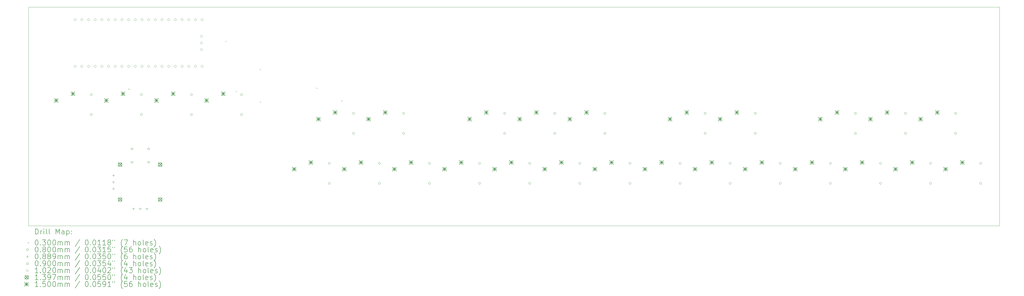
<source format=gbr>
%TF.GenerationSoftware,KiCad,Pcbnew,8.0.3*%
%TF.CreationDate,2024-06-27T13:33:53-07:00*%
%TF.ProjectId,new midi keyboard,6e657720-6d69-4646-9920-6b6579626f61,rev?*%
%TF.SameCoordinates,Original*%
%TF.FileFunction,Drillmap*%
%TF.FilePolarity,Positive*%
%FSLAX45Y45*%
G04 Gerber Fmt 4.5, Leading zero omitted, Abs format (unit mm)*
G04 Created by KiCad (PCBNEW 8.0.3) date 2024-06-27 13:33:53*
%MOMM*%
%LPD*%
G01*
G04 APERTURE LIST*
%ADD10C,0.050000*%
%ADD11C,0.200000*%
%ADD12C,0.100000*%
%ADD13C,0.102000*%
%ADD14C,0.139700*%
%ADD15C,0.150000*%
G04 APERTURE END LIST*
D10*
X3617700Y-5159500D02*
X40530950Y-5159500D01*
X40530950Y-13494750D01*
X3617700Y-13494750D01*
X3617700Y-5159500D01*
D11*
D12*
X7414800Y-8271875D02*
X7444800Y-8301875D01*
X7444800Y-8271875D02*
X7414800Y-8301875D01*
X11108477Y-6451823D02*
X11138477Y-6481823D01*
X11138477Y-6451823D02*
X11108477Y-6481823D01*
X11501905Y-8351875D02*
X11531905Y-8381875D01*
X11531905Y-8351875D02*
X11501905Y-8381875D01*
X12414250Y-7526000D02*
X12444250Y-7556000D01*
X12444250Y-7526000D02*
X12414250Y-7556000D01*
X12415425Y-8760875D02*
X12445425Y-8790875D01*
X12445425Y-8760875D02*
X12415425Y-8790875D01*
X14558550Y-8231875D02*
X14588550Y-8261875D01*
X14588550Y-8231875D02*
X14558550Y-8261875D01*
X15511050Y-8716750D02*
X15541050Y-8746750D01*
X15541050Y-8716750D02*
X15511050Y-8746750D01*
X6041050Y-8493625D02*
G75*
G02*
X5961050Y-8493625I-40000J0D01*
G01*
X5961050Y-8493625D02*
G75*
G02*
X6041050Y-8493625I40000J0D01*
G01*
X6041050Y-9255625D02*
G75*
G02*
X5961050Y-9255625I-40000J0D01*
G01*
X5961050Y-9255625D02*
G75*
G02*
X6041050Y-9255625I40000J0D01*
G01*
X7946050Y-8493625D02*
G75*
G02*
X7866050Y-8493625I-40000J0D01*
G01*
X7866050Y-8493625D02*
G75*
G02*
X7946050Y-8493625I40000J0D01*
G01*
X7946050Y-9255625D02*
G75*
G02*
X7866050Y-9255625I-40000J0D01*
G01*
X7866050Y-9255625D02*
G75*
G02*
X7946050Y-9255625I40000J0D01*
G01*
X9851050Y-8493625D02*
G75*
G02*
X9771050Y-8493625I-40000J0D01*
G01*
X9771050Y-8493625D02*
G75*
G02*
X9851050Y-8493625I40000J0D01*
G01*
X9851050Y-9255625D02*
G75*
G02*
X9771050Y-9255625I-40000J0D01*
G01*
X9771050Y-9255625D02*
G75*
G02*
X9851050Y-9255625I40000J0D01*
G01*
X11756050Y-8493625D02*
G75*
G02*
X11676050Y-8493625I-40000J0D01*
G01*
X11676050Y-8493625D02*
G75*
G02*
X11756050Y-8493625I40000J0D01*
G01*
X11756050Y-9255625D02*
G75*
G02*
X11676050Y-9255625I-40000J0D01*
G01*
X11676050Y-9255625D02*
G75*
G02*
X11756050Y-9255625I40000J0D01*
G01*
X15089800Y-11113000D02*
G75*
G02*
X15009800Y-11113000I-40000J0D01*
G01*
X15009800Y-11113000D02*
G75*
G02*
X15089800Y-11113000I40000J0D01*
G01*
X15089800Y-11875000D02*
G75*
G02*
X15009800Y-11875000I-40000J0D01*
G01*
X15009800Y-11875000D02*
G75*
G02*
X15089800Y-11875000I40000J0D01*
G01*
X16010550Y-9208000D02*
G75*
G02*
X15930550Y-9208000I-40000J0D01*
G01*
X15930550Y-9208000D02*
G75*
G02*
X16010550Y-9208000I40000J0D01*
G01*
X16010550Y-9970000D02*
G75*
G02*
X15930550Y-9970000I-40000J0D01*
G01*
X15930550Y-9970000D02*
G75*
G02*
X16010550Y-9970000I40000J0D01*
G01*
X16994800Y-11113000D02*
G75*
G02*
X16914800Y-11113000I-40000J0D01*
G01*
X16914800Y-11113000D02*
G75*
G02*
X16994800Y-11113000I40000J0D01*
G01*
X16994800Y-11875000D02*
G75*
G02*
X16914800Y-11875000I-40000J0D01*
G01*
X16914800Y-11875000D02*
G75*
G02*
X16994800Y-11875000I40000J0D01*
G01*
X17915550Y-9208000D02*
G75*
G02*
X17835550Y-9208000I-40000J0D01*
G01*
X17835550Y-9208000D02*
G75*
G02*
X17915550Y-9208000I40000J0D01*
G01*
X17915550Y-9970000D02*
G75*
G02*
X17835550Y-9970000I-40000J0D01*
G01*
X17835550Y-9970000D02*
G75*
G02*
X17915550Y-9970000I40000J0D01*
G01*
X18899800Y-11113000D02*
G75*
G02*
X18819800Y-11113000I-40000J0D01*
G01*
X18819800Y-11113000D02*
G75*
G02*
X18899800Y-11113000I40000J0D01*
G01*
X18899800Y-11875000D02*
G75*
G02*
X18819800Y-11875000I-40000J0D01*
G01*
X18819800Y-11875000D02*
G75*
G02*
X18899800Y-11875000I40000J0D01*
G01*
X20804800Y-11113000D02*
G75*
G02*
X20724800Y-11113000I-40000J0D01*
G01*
X20724800Y-11113000D02*
G75*
G02*
X20804800Y-11113000I40000J0D01*
G01*
X20804800Y-11875000D02*
G75*
G02*
X20724800Y-11875000I-40000J0D01*
G01*
X20724800Y-11875000D02*
G75*
G02*
X20804800Y-11875000I40000J0D01*
G01*
X21757300Y-9208000D02*
G75*
G02*
X21677300Y-9208000I-40000J0D01*
G01*
X21677300Y-9208000D02*
G75*
G02*
X21757300Y-9208000I40000J0D01*
G01*
X21757300Y-9970000D02*
G75*
G02*
X21677300Y-9970000I-40000J0D01*
G01*
X21677300Y-9970000D02*
G75*
G02*
X21757300Y-9970000I40000J0D01*
G01*
X22709800Y-11113000D02*
G75*
G02*
X22629800Y-11113000I-40000J0D01*
G01*
X22629800Y-11113000D02*
G75*
G02*
X22709800Y-11113000I40000J0D01*
G01*
X22709800Y-11875000D02*
G75*
G02*
X22629800Y-11875000I-40000J0D01*
G01*
X22629800Y-11875000D02*
G75*
G02*
X22709800Y-11875000I40000J0D01*
G01*
X23662300Y-9208000D02*
G75*
G02*
X23582300Y-9208000I-40000J0D01*
G01*
X23582300Y-9208000D02*
G75*
G02*
X23662300Y-9208000I40000J0D01*
G01*
X23662300Y-9970000D02*
G75*
G02*
X23582300Y-9970000I-40000J0D01*
G01*
X23582300Y-9970000D02*
G75*
G02*
X23662300Y-9970000I40000J0D01*
G01*
X24614800Y-11113000D02*
G75*
G02*
X24534800Y-11113000I-40000J0D01*
G01*
X24534800Y-11113000D02*
G75*
G02*
X24614800Y-11113000I40000J0D01*
G01*
X24614800Y-11875000D02*
G75*
G02*
X24534800Y-11875000I-40000J0D01*
G01*
X24534800Y-11875000D02*
G75*
G02*
X24614800Y-11875000I40000J0D01*
G01*
X25567300Y-9208000D02*
G75*
G02*
X25487300Y-9208000I-40000J0D01*
G01*
X25487300Y-9208000D02*
G75*
G02*
X25567300Y-9208000I40000J0D01*
G01*
X25567300Y-9970000D02*
G75*
G02*
X25487300Y-9970000I-40000J0D01*
G01*
X25487300Y-9970000D02*
G75*
G02*
X25567300Y-9970000I40000J0D01*
G01*
X26519800Y-11113000D02*
G75*
G02*
X26439800Y-11113000I-40000J0D01*
G01*
X26439800Y-11113000D02*
G75*
G02*
X26519800Y-11113000I40000J0D01*
G01*
X26519800Y-11875000D02*
G75*
G02*
X26439800Y-11875000I-40000J0D01*
G01*
X26439800Y-11875000D02*
G75*
G02*
X26519800Y-11875000I40000J0D01*
G01*
X28424800Y-11113000D02*
G75*
G02*
X28344800Y-11113000I-40000J0D01*
G01*
X28344800Y-11113000D02*
G75*
G02*
X28424800Y-11113000I40000J0D01*
G01*
X28424800Y-11875000D02*
G75*
G02*
X28344800Y-11875000I-40000J0D01*
G01*
X28344800Y-11875000D02*
G75*
G02*
X28424800Y-11875000I40000J0D01*
G01*
X29377300Y-9208000D02*
G75*
G02*
X29297300Y-9208000I-40000J0D01*
G01*
X29297300Y-9208000D02*
G75*
G02*
X29377300Y-9208000I40000J0D01*
G01*
X29377300Y-9970000D02*
G75*
G02*
X29297300Y-9970000I-40000J0D01*
G01*
X29297300Y-9970000D02*
G75*
G02*
X29377300Y-9970000I40000J0D01*
G01*
X30329800Y-11113000D02*
G75*
G02*
X30249800Y-11113000I-40000J0D01*
G01*
X30249800Y-11113000D02*
G75*
G02*
X30329800Y-11113000I40000J0D01*
G01*
X30329800Y-11875000D02*
G75*
G02*
X30249800Y-11875000I-40000J0D01*
G01*
X30249800Y-11875000D02*
G75*
G02*
X30329800Y-11875000I40000J0D01*
G01*
X31282300Y-9208000D02*
G75*
G02*
X31202300Y-9208000I-40000J0D01*
G01*
X31202300Y-9208000D02*
G75*
G02*
X31282300Y-9208000I40000J0D01*
G01*
X31282300Y-9970000D02*
G75*
G02*
X31202300Y-9970000I-40000J0D01*
G01*
X31202300Y-9970000D02*
G75*
G02*
X31282300Y-9970000I40000J0D01*
G01*
X32234800Y-11113000D02*
G75*
G02*
X32154800Y-11113000I-40000J0D01*
G01*
X32154800Y-11113000D02*
G75*
G02*
X32234800Y-11113000I40000J0D01*
G01*
X32234800Y-11875000D02*
G75*
G02*
X32154800Y-11875000I-40000J0D01*
G01*
X32154800Y-11875000D02*
G75*
G02*
X32234800Y-11875000I40000J0D01*
G01*
X34139800Y-11113000D02*
G75*
G02*
X34059800Y-11113000I-40000J0D01*
G01*
X34059800Y-11113000D02*
G75*
G02*
X34139800Y-11113000I40000J0D01*
G01*
X34139800Y-11875000D02*
G75*
G02*
X34059800Y-11875000I-40000J0D01*
G01*
X34059800Y-11875000D02*
G75*
G02*
X34139800Y-11875000I40000J0D01*
G01*
X35092300Y-9208000D02*
G75*
G02*
X35012300Y-9208000I-40000J0D01*
G01*
X35012300Y-9208000D02*
G75*
G02*
X35092300Y-9208000I40000J0D01*
G01*
X35092300Y-9970000D02*
G75*
G02*
X35012300Y-9970000I-40000J0D01*
G01*
X35012300Y-9970000D02*
G75*
G02*
X35092300Y-9970000I40000J0D01*
G01*
X36044800Y-11113000D02*
G75*
G02*
X35964800Y-11113000I-40000J0D01*
G01*
X35964800Y-11113000D02*
G75*
G02*
X36044800Y-11113000I40000J0D01*
G01*
X36044800Y-11875000D02*
G75*
G02*
X35964800Y-11875000I-40000J0D01*
G01*
X35964800Y-11875000D02*
G75*
G02*
X36044800Y-11875000I40000J0D01*
G01*
X36997300Y-9208000D02*
G75*
G02*
X36917300Y-9208000I-40000J0D01*
G01*
X36917300Y-9208000D02*
G75*
G02*
X36997300Y-9208000I40000J0D01*
G01*
X36997300Y-9970000D02*
G75*
G02*
X36917300Y-9970000I-40000J0D01*
G01*
X36917300Y-9970000D02*
G75*
G02*
X36997300Y-9970000I40000J0D01*
G01*
X37949800Y-11113000D02*
G75*
G02*
X37869800Y-11113000I-40000J0D01*
G01*
X37869800Y-11113000D02*
G75*
G02*
X37949800Y-11113000I40000J0D01*
G01*
X37949800Y-11875000D02*
G75*
G02*
X37869800Y-11875000I-40000J0D01*
G01*
X37869800Y-11875000D02*
G75*
G02*
X37949800Y-11875000I40000J0D01*
G01*
X38902300Y-9208000D02*
G75*
G02*
X38822300Y-9208000I-40000J0D01*
G01*
X38822300Y-9208000D02*
G75*
G02*
X38902300Y-9208000I40000J0D01*
G01*
X38902300Y-9970000D02*
G75*
G02*
X38822300Y-9970000I-40000J0D01*
G01*
X38822300Y-9970000D02*
G75*
G02*
X38902300Y-9970000I40000J0D01*
G01*
X39854800Y-11113000D02*
G75*
G02*
X39774800Y-11113000I-40000J0D01*
G01*
X39774800Y-11113000D02*
G75*
G02*
X39854800Y-11113000I40000J0D01*
G01*
X39854800Y-11875000D02*
G75*
G02*
X39774800Y-11875000I-40000J0D01*
G01*
X39774800Y-11875000D02*
G75*
G02*
X39854800Y-11875000I40000J0D01*
G01*
X6842425Y-11528925D02*
X6842425Y-11617825D01*
X6797975Y-11573375D02*
X6886875Y-11573375D01*
X6842425Y-11782925D02*
X6842425Y-11871825D01*
X6797975Y-11827375D02*
X6886875Y-11827375D01*
X6842425Y-12036925D02*
X6842425Y-12125825D01*
X6797975Y-12081375D02*
X6886875Y-12081375D01*
X7604425Y-12798925D02*
X7604425Y-12887825D01*
X7559975Y-12843375D02*
X7648875Y-12843375D01*
X7858425Y-12798925D02*
X7858425Y-12887825D01*
X7813975Y-12843375D02*
X7902875Y-12843375D01*
X8112425Y-12798925D02*
X8112425Y-12887825D01*
X8067975Y-12843375D02*
X8156875Y-12843375D01*
X7572745Y-10589195D02*
X7572745Y-10525555D01*
X7509105Y-10525555D01*
X7509105Y-10589195D01*
X7572745Y-10589195D01*
X7572745Y-11097195D02*
X7572745Y-11033555D01*
X7509105Y-11033555D01*
X7509105Y-11097195D01*
X7572745Y-11097195D01*
X8207745Y-10589195D02*
X8207745Y-10525555D01*
X8144105Y-10525555D01*
X8144105Y-10589195D01*
X8207745Y-10589195D01*
X8207745Y-11097195D02*
X8207745Y-11033555D01*
X8144105Y-11033555D01*
X8144105Y-11097195D01*
X8207745Y-11097195D01*
D13*
X5381925Y-5687125D02*
X5432925Y-5636125D01*
X5381925Y-5585125D01*
X5330925Y-5636125D01*
X5381925Y-5687125D01*
X5381925Y-7465125D02*
X5432925Y-7414125D01*
X5381925Y-7363125D01*
X5330925Y-7414125D01*
X5381925Y-7465125D01*
X5635925Y-5687125D02*
X5686925Y-5636125D01*
X5635925Y-5585125D01*
X5584925Y-5636125D01*
X5635925Y-5687125D01*
X5635925Y-7465125D02*
X5686925Y-7414125D01*
X5635925Y-7363125D01*
X5584925Y-7414125D01*
X5635925Y-7465125D01*
X5889925Y-5687125D02*
X5940925Y-5636125D01*
X5889925Y-5585125D01*
X5838925Y-5636125D01*
X5889925Y-5687125D01*
X5889925Y-7465125D02*
X5940925Y-7414125D01*
X5889925Y-7363125D01*
X5838925Y-7414125D01*
X5889925Y-7465125D01*
X6143925Y-5687125D02*
X6194925Y-5636125D01*
X6143925Y-5585125D01*
X6092925Y-5636125D01*
X6143925Y-5687125D01*
X6143925Y-7465125D02*
X6194925Y-7414125D01*
X6143925Y-7363125D01*
X6092925Y-7414125D01*
X6143925Y-7465125D01*
X6397925Y-5687125D02*
X6448925Y-5636125D01*
X6397925Y-5585125D01*
X6346925Y-5636125D01*
X6397925Y-5687125D01*
X6397925Y-7465125D02*
X6448925Y-7414125D01*
X6397925Y-7363125D01*
X6346925Y-7414125D01*
X6397925Y-7465125D01*
X6651925Y-5687125D02*
X6702925Y-5636125D01*
X6651925Y-5585125D01*
X6600925Y-5636125D01*
X6651925Y-5687125D01*
X6651925Y-7465125D02*
X6702925Y-7414125D01*
X6651925Y-7363125D01*
X6600925Y-7414125D01*
X6651925Y-7465125D01*
X6905925Y-5687125D02*
X6956925Y-5636125D01*
X6905925Y-5585125D01*
X6854925Y-5636125D01*
X6905925Y-5687125D01*
X6905925Y-7465125D02*
X6956925Y-7414125D01*
X6905925Y-7363125D01*
X6854925Y-7414125D01*
X6905925Y-7465125D01*
X7159925Y-5687125D02*
X7210925Y-5636125D01*
X7159925Y-5585125D01*
X7108925Y-5636125D01*
X7159925Y-5687125D01*
X7159925Y-7465125D02*
X7210925Y-7414125D01*
X7159925Y-7363125D01*
X7108925Y-7414125D01*
X7159925Y-7465125D01*
X7413925Y-5687125D02*
X7464925Y-5636125D01*
X7413925Y-5585125D01*
X7362925Y-5636125D01*
X7413925Y-5687125D01*
X7413925Y-7465125D02*
X7464925Y-7414125D01*
X7413925Y-7363125D01*
X7362925Y-7414125D01*
X7413925Y-7465125D01*
X7667925Y-5687125D02*
X7718925Y-5636125D01*
X7667925Y-5585125D01*
X7616925Y-5636125D01*
X7667925Y-5687125D01*
X7667925Y-7465125D02*
X7718925Y-7414125D01*
X7667925Y-7363125D01*
X7616925Y-7414125D01*
X7667925Y-7465125D01*
X7921925Y-5687125D02*
X7972925Y-5636125D01*
X7921925Y-5585125D01*
X7870925Y-5636125D01*
X7921925Y-5687125D01*
X7921925Y-7465125D02*
X7972925Y-7414125D01*
X7921925Y-7363125D01*
X7870925Y-7414125D01*
X7921925Y-7465125D01*
X8175925Y-5687125D02*
X8226925Y-5636125D01*
X8175925Y-5585125D01*
X8124925Y-5636125D01*
X8175925Y-5687125D01*
X8175925Y-7465125D02*
X8226925Y-7414125D01*
X8175925Y-7363125D01*
X8124925Y-7414125D01*
X8175925Y-7465125D01*
X8429925Y-5687125D02*
X8480925Y-5636125D01*
X8429925Y-5585125D01*
X8378925Y-5636125D01*
X8429925Y-5687125D01*
X8429925Y-7465125D02*
X8480925Y-7414125D01*
X8429925Y-7363125D01*
X8378925Y-7414125D01*
X8429925Y-7465125D01*
X8683925Y-5687125D02*
X8734925Y-5636125D01*
X8683925Y-5585125D01*
X8632925Y-5636125D01*
X8683925Y-5687125D01*
X8683925Y-7465125D02*
X8734925Y-7414125D01*
X8683925Y-7363125D01*
X8632925Y-7414125D01*
X8683925Y-7465125D01*
X8937925Y-5687125D02*
X8988925Y-5636125D01*
X8937925Y-5585125D01*
X8886925Y-5636125D01*
X8937925Y-5687125D01*
X8937925Y-7465125D02*
X8988925Y-7414125D01*
X8937925Y-7363125D01*
X8886925Y-7414125D01*
X8937925Y-7465125D01*
X9191925Y-5687125D02*
X9242925Y-5636125D01*
X9191925Y-5585125D01*
X9140925Y-5636125D01*
X9191925Y-5687125D01*
X9191925Y-7465125D02*
X9242925Y-7414125D01*
X9191925Y-7363125D01*
X9140925Y-7414125D01*
X9191925Y-7465125D01*
X9445925Y-5687125D02*
X9496925Y-5636125D01*
X9445925Y-5585125D01*
X9394925Y-5636125D01*
X9445925Y-5687125D01*
X9445925Y-7465125D02*
X9496925Y-7414125D01*
X9445925Y-7363125D01*
X9394925Y-7414125D01*
X9445925Y-7465125D01*
X9699925Y-5687125D02*
X9750925Y-5636125D01*
X9699925Y-5585125D01*
X9648925Y-5636125D01*
X9699925Y-5687125D01*
X9699925Y-7465125D02*
X9750925Y-7414125D01*
X9699925Y-7363125D01*
X9648925Y-7414125D01*
X9699925Y-7465125D01*
X9953925Y-5687125D02*
X10004925Y-5636125D01*
X9953925Y-5585125D01*
X9902925Y-5636125D01*
X9953925Y-5687125D01*
X9953925Y-7465125D02*
X10004925Y-7414125D01*
X9953925Y-7363125D01*
X9902925Y-7414125D01*
X9953925Y-7465125D01*
X10184925Y-6322125D02*
X10235925Y-6271125D01*
X10184925Y-6220125D01*
X10133925Y-6271125D01*
X10184925Y-6322125D01*
X10184925Y-6576125D02*
X10235925Y-6525125D01*
X10184925Y-6474125D01*
X10133925Y-6525125D01*
X10184925Y-6576125D01*
X10184925Y-6830125D02*
X10235925Y-6779125D01*
X10184925Y-6728125D01*
X10133925Y-6779125D01*
X10184925Y-6830125D01*
X10207925Y-5687125D02*
X10258925Y-5636125D01*
X10207925Y-5585125D01*
X10156925Y-5636125D01*
X10207925Y-5687125D01*
X10207925Y-7465125D02*
X10258925Y-7414125D01*
X10207925Y-7363125D01*
X10156925Y-7414125D01*
X10207925Y-7465125D01*
D14*
X7026575Y-11090775D02*
X7166275Y-11230475D01*
X7166275Y-11090775D02*
X7026575Y-11230475D01*
X7166275Y-11160625D02*
G75*
G02*
X7026575Y-11160625I-69850J0D01*
G01*
X7026575Y-11160625D02*
G75*
G02*
X7166275Y-11160625I69850J0D01*
G01*
X7026575Y-12424275D02*
X7166275Y-12563975D01*
X7166275Y-12424275D02*
X7026575Y-12563975D01*
X7166275Y-12494125D02*
G75*
G02*
X7026575Y-12494125I-69850J0D01*
G01*
X7026575Y-12494125D02*
G75*
G02*
X7166275Y-12494125I69850J0D01*
G01*
X8550575Y-11090775D02*
X8690275Y-11230475D01*
X8690275Y-11090775D02*
X8550575Y-11230475D01*
X8690275Y-11160625D02*
G75*
G02*
X8550575Y-11160625I-69850J0D01*
G01*
X8550575Y-11160625D02*
G75*
G02*
X8690275Y-11160625I69850J0D01*
G01*
X8550575Y-12424275D02*
X8690275Y-12563975D01*
X8690275Y-12424275D02*
X8550575Y-12563975D01*
X8690275Y-12494125D02*
G75*
G02*
X8550575Y-12494125I-69850J0D01*
G01*
X8550575Y-12494125D02*
G75*
G02*
X8690275Y-12494125I69850J0D01*
G01*
D15*
X4592550Y-8640875D02*
X4742550Y-8790875D01*
X4742550Y-8640875D02*
X4592550Y-8790875D01*
X4667550Y-8640875D02*
X4667550Y-8790875D01*
X4592550Y-8715875D02*
X4742550Y-8715875D01*
X5227550Y-8386875D02*
X5377550Y-8536875D01*
X5377550Y-8386875D02*
X5227550Y-8536875D01*
X5302550Y-8386875D02*
X5302550Y-8536875D01*
X5227550Y-8461875D02*
X5377550Y-8461875D01*
X6497550Y-8640875D02*
X6647550Y-8790875D01*
X6647550Y-8640875D02*
X6497550Y-8790875D01*
X6572550Y-8640875D02*
X6572550Y-8790875D01*
X6497550Y-8715875D02*
X6647550Y-8715875D01*
X7132550Y-8386875D02*
X7282550Y-8536875D01*
X7282550Y-8386875D02*
X7132550Y-8536875D01*
X7207550Y-8386875D02*
X7207550Y-8536875D01*
X7132550Y-8461875D02*
X7282550Y-8461875D01*
X8402550Y-8640875D02*
X8552550Y-8790875D01*
X8552550Y-8640875D02*
X8402550Y-8790875D01*
X8477550Y-8640875D02*
X8477550Y-8790875D01*
X8402550Y-8715875D02*
X8552550Y-8715875D01*
X9037550Y-8386875D02*
X9187550Y-8536875D01*
X9187550Y-8386875D02*
X9037550Y-8536875D01*
X9112550Y-8386875D02*
X9112550Y-8536875D01*
X9037550Y-8461875D02*
X9187550Y-8461875D01*
X10307550Y-8640875D02*
X10457550Y-8790875D01*
X10457550Y-8640875D02*
X10307550Y-8790875D01*
X10382550Y-8640875D02*
X10382550Y-8790875D01*
X10307550Y-8715875D02*
X10457550Y-8715875D01*
X10942550Y-8386875D02*
X11092550Y-8536875D01*
X11092550Y-8386875D02*
X10942550Y-8536875D01*
X11017550Y-8386875D02*
X11017550Y-8536875D01*
X10942550Y-8461875D02*
X11092550Y-8461875D01*
X13641300Y-11260250D02*
X13791300Y-11410250D01*
X13791300Y-11260250D02*
X13641300Y-11410250D01*
X13716300Y-11260250D02*
X13716300Y-11410250D01*
X13641300Y-11335250D02*
X13791300Y-11335250D01*
X14276300Y-11006250D02*
X14426300Y-11156250D01*
X14426300Y-11006250D02*
X14276300Y-11156250D01*
X14351300Y-11006250D02*
X14351300Y-11156250D01*
X14276300Y-11081250D02*
X14426300Y-11081250D01*
X14562050Y-9355250D02*
X14712050Y-9505250D01*
X14712050Y-9355250D02*
X14562050Y-9505250D01*
X14637050Y-9355250D02*
X14637050Y-9505250D01*
X14562050Y-9430250D02*
X14712050Y-9430250D01*
X15197050Y-9101250D02*
X15347050Y-9251250D01*
X15347050Y-9101250D02*
X15197050Y-9251250D01*
X15272050Y-9101250D02*
X15272050Y-9251250D01*
X15197050Y-9176250D02*
X15347050Y-9176250D01*
X15546300Y-11260250D02*
X15696300Y-11410250D01*
X15696300Y-11260250D02*
X15546300Y-11410250D01*
X15621300Y-11260250D02*
X15621300Y-11410250D01*
X15546300Y-11335250D02*
X15696300Y-11335250D01*
X16181300Y-11006250D02*
X16331300Y-11156250D01*
X16331300Y-11006250D02*
X16181300Y-11156250D01*
X16256300Y-11006250D02*
X16256300Y-11156250D01*
X16181300Y-11081250D02*
X16331300Y-11081250D01*
X16467050Y-9355250D02*
X16617050Y-9505250D01*
X16617050Y-9355250D02*
X16467050Y-9505250D01*
X16542050Y-9355250D02*
X16542050Y-9505250D01*
X16467050Y-9430250D02*
X16617050Y-9430250D01*
X17102050Y-9101250D02*
X17252050Y-9251250D01*
X17252050Y-9101250D02*
X17102050Y-9251250D01*
X17177050Y-9101250D02*
X17177050Y-9251250D01*
X17102050Y-9176250D02*
X17252050Y-9176250D01*
X17451300Y-11260250D02*
X17601300Y-11410250D01*
X17601300Y-11260250D02*
X17451300Y-11410250D01*
X17526300Y-11260250D02*
X17526300Y-11410250D01*
X17451300Y-11335250D02*
X17601300Y-11335250D01*
X18086300Y-11006250D02*
X18236300Y-11156250D01*
X18236300Y-11006250D02*
X18086300Y-11156250D01*
X18161300Y-11006250D02*
X18161300Y-11156250D01*
X18086300Y-11081250D02*
X18236300Y-11081250D01*
X19356300Y-11260250D02*
X19506300Y-11410250D01*
X19506300Y-11260250D02*
X19356300Y-11410250D01*
X19431300Y-11260250D02*
X19431300Y-11410250D01*
X19356300Y-11335250D02*
X19506300Y-11335250D01*
X19991300Y-11006250D02*
X20141300Y-11156250D01*
X20141300Y-11006250D02*
X19991300Y-11156250D01*
X20066300Y-11006250D02*
X20066300Y-11156250D01*
X19991300Y-11081250D02*
X20141300Y-11081250D01*
X20308800Y-9355250D02*
X20458800Y-9505250D01*
X20458800Y-9355250D02*
X20308800Y-9505250D01*
X20383800Y-9355250D02*
X20383800Y-9505250D01*
X20308800Y-9430250D02*
X20458800Y-9430250D01*
X20943800Y-9101250D02*
X21093800Y-9251250D01*
X21093800Y-9101250D02*
X20943800Y-9251250D01*
X21018800Y-9101250D02*
X21018800Y-9251250D01*
X20943800Y-9176250D02*
X21093800Y-9176250D01*
X21261300Y-11260250D02*
X21411300Y-11410250D01*
X21411300Y-11260250D02*
X21261300Y-11410250D01*
X21336300Y-11260250D02*
X21336300Y-11410250D01*
X21261300Y-11335250D02*
X21411300Y-11335250D01*
X21896300Y-11006250D02*
X22046300Y-11156250D01*
X22046300Y-11006250D02*
X21896300Y-11156250D01*
X21971300Y-11006250D02*
X21971300Y-11156250D01*
X21896300Y-11081250D02*
X22046300Y-11081250D01*
X22213800Y-9355250D02*
X22363800Y-9505250D01*
X22363800Y-9355250D02*
X22213800Y-9505250D01*
X22288800Y-9355250D02*
X22288800Y-9505250D01*
X22213800Y-9430250D02*
X22363800Y-9430250D01*
X22848800Y-9101250D02*
X22998800Y-9251250D01*
X22998800Y-9101250D02*
X22848800Y-9251250D01*
X22923800Y-9101250D02*
X22923800Y-9251250D01*
X22848800Y-9176250D02*
X22998800Y-9176250D01*
X23166300Y-11260250D02*
X23316300Y-11410250D01*
X23316300Y-11260250D02*
X23166300Y-11410250D01*
X23241300Y-11260250D02*
X23241300Y-11410250D01*
X23166300Y-11335250D02*
X23316300Y-11335250D01*
X23801300Y-11006250D02*
X23951300Y-11156250D01*
X23951300Y-11006250D02*
X23801300Y-11156250D01*
X23876300Y-11006250D02*
X23876300Y-11156250D01*
X23801300Y-11081250D02*
X23951300Y-11081250D01*
X24118800Y-9355250D02*
X24268800Y-9505250D01*
X24268800Y-9355250D02*
X24118800Y-9505250D01*
X24193800Y-9355250D02*
X24193800Y-9505250D01*
X24118800Y-9430250D02*
X24268800Y-9430250D01*
X24753800Y-9101250D02*
X24903800Y-9251250D01*
X24903800Y-9101250D02*
X24753800Y-9251250D01*
X24828800Y-9101250D02*
X24828800Y-9251250D01*
X24753800Y-9176250D02*
X24903800Y-9176250D01*
X25071300Y-11260250D02*
X25221300Y-11410250D01*
X25221300Y-11260250D02*
X25071300Y-11410250D01*
X25146300Y-11260250D02*
X25146300Y-11410250D01*
X25071300Y-11335250D02*
X25221300Y-11335250D01*
X25706300Y-11006250D02*
X25856300Y-11156250D01*
X25856300Y-11006250D02*
X25706300Y-11156250D01*
X25781300Y-11006250D02*
X25781300Y-11156250D01*
X25706300Y-11081250D02*
X25856300Y-11081250D01*
X26976300Y-11260250D02*
X27126300Y-11410250D01*
X27126300Y-11260250D02*
X26976300Y-11410250D01*
X27051300Y-11260250D02*
X27051300Y-11410250D01*
X26976300Y-11335250D02*
X27126300Y-11335250D01*
X27611300Y-11006250D02*
X27761300Y-11156250D01*
X27761300Y-11006250D02*
X27611300Y-11156250D01*
X27686300Y-11006250D02*
X27686300Y-11156250D01*
X27611300Y-11081250D02*
X27761300Y-11081250D01*
X27928800Y-9355250D02*
X28078800Y-9505250D01*
X28078800Y-9355250D02*
X27928800Y-9505250D01*
X28003800Y-9355250D02*
X28003800Y-9505250D01*
X27928800Y-9430250D02*
X28078800Y-9430250D01*
X28563800Y-9101250D02*
X28713800Y-9251250D01*
X28713800Y-9101250D02*
X28563800Y-9251250D01*
X28638800Y-9101250D02*
X28638800Y-9251250D01*
X28563800Y-9176250D02*
X28713800Y-9176250D01*
X28881300Y-11260250D02*
X29031300Y-11410250D01*
X29031300Y-11260250D02*
X28881300Y-11410250D01*
X28956300Y-11260250D02*
X28956300Y-11410250D01*
X28881300Y-11335250D02*
X29031300Y-11335250D01*
X29516300Y-11006250D02*
X29666300Y-11156250D01*
X29666300Y-11006250D02*
X29516300Y-11156250D01*
X29591300Y-11006250D02*
X29591300Y-11156250D01*
X29516300Y-11081250D02*
X29666300Y-11081250D01*
X29833800Y-9355250D02*
X29983800Y-9505250D01*
X29983800Y-9355250D02*
X29833800Y-9505250D01*
X29908800Y-9355250D02*
X29908800Y-9505250D01*
X29833800Y-9430250D02*
X29983800Y-9430250D01*
X30468800Y-9101250D02*
X30618800Y-9251250D01*
X30618800Y-9101250D02*
X30468800Y-9251250D01*
X30543800Y-9101250D02*
X30543800Y-9251250D01*
X30468800Y-9176250D02*
X30618800Y-9176250D01*
X30786300Y-11260250D02*
X30936300Y-11410250D01*
X30936300Y-11260250D02*
X30786300Y-11410250D01*
X30861300Y-11260250D02*
X30861300Y-11410250D01*
X30786300Y-11335250D02*
X30936300Y-11335250D01*
X31421300Y-11006250D02*
X31571300Y-11156250D01*
X31571300Y-11006250D02*
X31421300Y-11156250D01*
X31496300Y-11006250D02*
X31496300Y-11156250D01*
X31421300Y-11081250D02*
X31571300Y-11081250D01*
X32691300Y-11260250D02*
X32841300Y-11410250D01*
X32841300Y-11260250D02*
X32691300Y-11410250D01*
X32766300Y-11260250D02*
X32766300Y-11410250D01*
X32691300Y-11335250D02*
X32841300Y-11335250D01*
X33326300Y-11006250D02*
X33476300Y-11156250D01*
X33476300Y-11006250D02*
X33326300Y-11156250D01*
X33401300Y-11006250D02*
X33401300Y-11156250D01*
X33326300Y-11081250D02*
X33476300Y-11081250D01*
X33643800Y-9355250D02*
X33793800Y-9505250D01*
X33793800Y-9355250D02*
X33643800Y-9505250D01*
X33718800Y-9355250D02*
X33718800Y-9505250D01*
X33643800Y-9430250D02*
X33793800Y-9430250D01*
X34278800Y-9101250D02*
X34428800Y-9251250D01*
X34428800Y-9101250D02*
X34278800Y-9251250D01*
X34353800Y-9101250D02*
X34353800Y-9251250D01*
X34278800Y-9176250D02*
X34428800Y-9176250D01*
X34596300Y-11260250D02*
X34746300Y-11410250D01*
X34746300Y-11260250D02*
X34596300Y-11410250D01*
X34671300Y-11260250D02*
X34671300Y-11410250D01*
X34596300Y-11335250D02*
X34746300Y-11335250D01*
X35231300Y-11006250D02*
X35381300Y-11156250D01*
X35381300Y-11006250D02*
X35231300Y-11156250D01*
X35306300Y-11006250D02*
X35306300Y-11156250D01*
X35231300Y-11081250D02*
X35381300Y-11081250D01*
X35548800Y-9355250D02*
X35698800Y-9505250D01*
X35698800Y-9355250D02*
X35548800Y-9505250D01*
X35623800Y-9355250D02*
X35623800Y-9505250D01*
X35548800Y-9430250D02*
X35698800Y-9430250D01*
X36183800Y-9101250D02*
X36333800Y-9251250D01*
X36333800Y-9101250D02*
X36183800Y-9251250D01*
X36258800Y-9101250D02*
X36258800Y-9251250D01*
X36183800Y-9176250D02*
X36333800Y-9176250D01*
X36501300Y-11260250D02*
X36651300Y-11410250D01*
X36651300Y-11260250D02*
X36501300Y-11410250D01*
X36576300Y-11260250D02*
X36576300Y-11410250D01*
X36501300Y-11335250D02*
X36651300Y-11335250D01*
X37136300Y-11006250D02*
X37286300Y-11156250D01*
X37286300Y-11006250D02*
X37136300Y-11156250D01*
X37211300Y-11006250D02*
X37211300Y-11156250D01*
X37136300Y-11081250D02*
X37286300Y-11081250D01*
X37453800Y-9355250D02*
X37603800Y-9505250D01*
X37603800Y-9355250D02*
X37453800Y-9505250D01*
X37528800Y-9355250D02*
X37528800Y-9505250D01*
X37453800Y-9430250D02*
X37603800Y-9430250D01*
X38088800Y-9101250D02*
X38238800Y-9251250D01*
X38238800Y-9101250D02*
X38088800Y-9251250D01*
X38163800Y-9101250D02*
X38163800Y-9251250D01*
X38088800Y-9176250D02*
X38238800Y-9176250D01*
X38406300Y-11260250D02*
X38556300Y-11410250D01*
X38556300Y-11260250D02*
X38406300Y-11410250D01*
X38481300Y-11260250D02*
X38481300Y-11410250D01*
X38406300Y-11335250D02*
X38556300Y-11335250D01*
X39041300Y-11006250D02*
X39191300Y-11156250D01*
X39191300Y-11006250D02*
X39041300Y-11156250D01*
X39116300Y-11006250D02*
X39116300Y-11156250D01*
X39041300Y-11081250D02*
X39191300Y-11081250D01*
D11*
X3875977Y-13808734D02*
X3875977Y-13608734D01*
X3875977Y-13608734D02*
X3923596Y-13608734D01*
X3923596Y-13608734D02*
X3952167Y-13618258D01*
X3952167Y-13618258D02*
X3971215Y-13637305D01*
X3971215Y-13637305D02*
X3980739Y-13656353D01*
X3980739Y-13656353D02*
X3990262Y-13694448D01*
X3990262Y-13694448D02*
X3990262Y-13723019D01*
X3990262Y-13723019D02*
X3980739Y-13761115D01*
X3980739Y-13761115D02*
X3971215Y-13780162D01*
X3971215Y-13780162D02*
X3952167Y-13799210D01*
X3952167Y-13799210D02*
X3923596Y-13808734D01*
X3923596Y-13808734D02*
X3875977Y-13808734D01*
X4075977Y-13808734D02*
X4075977Y-13675400D01*
X4075977Y-13713496D02*
X4085501Y-13694448D01*
X4085501Y-13694448D02*
X4095024Y-13684924D01*
X4095024Y-13684924D02*
X4114072Y-13675400D01*
X4114072Y-13675400D02*
X4133120Y-13675400D01*
X4199786Y-13808734D02*
X4199786Y-13675400D01*
X4199786Y-13608734D02*
X4190262Y-13618258D01*
X4190262Y-13618258D02*
X4199786Y-13627781D01*
X4199786Y-13627781D02*
X4209310Y-13618258D01*
X4209310Y-13618258D02*
X4199786Y-13608734D01*
X4199786Y-13608734D02*
X4199786Y-13627781D01*
X4323596Y-13808734D02*
X4304548Y-13799210D01*
X4304548Y-13799210D02*
X4295024Y-13780162D01*
X4295024Y-13780162D02*
X4295024Y-13608734D01*
X4428358Y-13808734D02*
X4409310Y-13799210D01*
X4409310Y-13799210D02*
X4399786Y-13780162D01*
X4399786Y-13780162D02*
X4399786Y-13608734D01*
X4656929Y-13808734D02*
X4656929Y-13608734D01*
X4656929Y-13608734D02*
X4723596Y-13751591D01*
X4723596Y-13751591D02*
X4790263Y-13608734D01*
X4790263Y-13608734D02*
X4790263Y-13808734D01*
X4971215Y-13808734D02*
X4971215Y-13703972D01*
X4971215Y-13703972D02*
X4961691Y-13684924D01*
X4961691Y-13684924D02*
X4942644Y-13675400D01*
X4942644Y-13675400D02*
X4904548Y-13675400D01*
X4904548Y-13675400D02*
X4885501Y-13684924D01*
X4971215Y-13799210D02*
X4952167Y-13808734D01*
X4952167Y-13808734D02*
X4904548Y-13808734D01*
X4904548Y-13808734D02*
X4885501Y-13799210D01*
X4885501Y-13799210D02*
X4875977Y-13780162D01*
X4875977Y-13780162D02*
X4875977Y-13761115D01*
X4875977Y-13761115D02*
X4885501Y-13742067D01*
X4885501Y-13742067D02*
X4904548Y-13732543D01*
X4904548Y-13732543D02*
X4952167Y-13732543D01*
X4952167Y-13732543D02*
X4971215Y-13723019D01*
X5066453Y-13675400D02*
X5066453Y-13875400D01*
X5066453Y-13684924D02*
X5085501Y-13675400D01*
X5085501Y-13675400D02*
X5123596Y-13675400D01*
X5123596Y-13675400D02*
X5142644Y-13684924D01*
X5142644Y-13684924D02*
X5152167Y-13694448D01*
X5152167Y-13694448D02*
X5161691Y-13713496D01*
X5161691Y-13713496D02*
X5161691Y-13770638D01*
X5161691Y-13770638D02*
X5152167Y-13789686D01*
X5152167Y-13789686D02*
X5142644Y-13799210D01*
X5142644Y-13799210D02*
X5123596Y-13808734D01*
X5123596Y-13808734D02*
X5085501Y-13808734D01*
X5085501Y-13808734D02*
X5066453Y-13799210D01*
X5247405Y-13789686D02*
X5256929Y-13799210D01*
X5256929Y-13799210D02*
X5247405Y-13808734D01*
X5247405Y-13808734D02*
X5237882Y-13799210D01*
X5237882Y-13799210D02*
X5247405Y-13789686D01*
X5247405Y-13789686D02*
X5247405Y-13808734D01*
X5247405Y-13684924D02*
X5256929Y-13694448D01*
X5256929Y-13694448D02*
X5247405Y-13703972D01*
X5247405Y-13703972D02*
X5237882Y-13694448D01*
X5237882Y-13694448D02*
X5247405Y-13684924D01*
X5247405Y-13684924D02*
X5247405Y-13703972D01*
D12*
X3585200Y-14122250D02*
X3615200Y-14152250D01*
X3615200Y-14122250D02*
X3585200Y-14152250D01*
D11*
X3914072Y-14028734D02*
X3933120Y-14028734D01*
X3933120Y-14028734D02*
X3952167Y-14038258D01*
X3952167Y-14038258D02*
X3961691Y-14047781D01*
X3961691Y-14047781D02*
X3971215Y-14066829D01*
X3971215Y-14066829D02*
X3980739Y-14104924D01*
X3980739Y-14104924D02*
X3980739Y-14152543D01*
X3980739Y-14152543D02*
X3971215Y-14190638D01*
X3971215Y-14190638D02*
X3961691Y-14209686D01*
X3961691Y-14209686D02*
X3952167Y-14219210D01*
X3952167Y-14219210D02*
X3933120Y-14228734D01*
X3933120Y-14228734D02*
X3914072Y-14228734D01*
X3914072Y-14228734D02*
X3895024Y-14219210D01*
X3895024Y-14219210D02*
X3885501Y-14209686D01*
X3885501Y-14209686D02*
X3875977Y-14190638D01*
X3875977Y-14190638D02*
X3866453Y-14152543D01*
X3866453Y-14152543D02*
X3866453Y-14104924D01*
X3866453Y-14104924D02*
X3875977Y-14066829D01*
X3875977Y-14066829D02*
X3885501Y-14047781D01*
X3885501Y-14047781D02*
X3895024Y-14038258D01*
X3895024Y-14038258D02*
X3914072Y-14028734D01*
X4066453Y-14209686D02*
X4075977Y-14219210D01*
X4075977Y-14219210D02*
X4066453Y-14228734D01*
X4066453Y-14228734D02*
X4056929Y-14219210D01*
X4056929Y-14219210D02*
X4066453Y-14209686D01*
X4066453Y-14209686D02*
X4066453Y-14228734D01*
X4142643Y-14028734D02*
X4266453Y-14028734D01*
X4266453Y-14028734D02*
X4199786Y-14104924D01*
X4199786Y-14104924D02*
X4228358Y-14104924D01*
X4228358Y-14104924D02*
X4247405Y-14114448D01*
X4247405Y-14114448D02*
X4256929Y-14123972D01*
X4256929Y-14123972D02*
X4266453Y-14143019D01*
X4266453Y-14143019D02*
X4266453Y-14190638D01*
X4266453Y-14190638D02*
X4256929Y-14209686D01*
X4256929Y-14209686D02*
X4247405Y-14219210D01*
X4247405Y-14219210D02*
X4228358Y-14228734D01*
X4228358Y-14228734D02*
X4171215Y-14228734D01*
X4171215Y-14228734D02*
X4152167Y-14219210D01*
X4152167Y-14219210D02*
X4142643Y-14209686D01*
X4390263Y-14028734D02*
X4409310Y-14028734D01*
X4409310Y-14028734D02*
X4428358Y-14038258D01*
X4428358Y-14038258D02*
X4437882Y-14047781D01*
X4437882Y-14047781D02*
X4447405Y-14066829D01*
X4447405Y-14066829D02*
X4456929Y-14104924D01*
X4456929Y-14104924D02*
X4456929Y-14152543D01*
X4456929Y-14152543D02*
X4447405Y-14190638D01*
X4447405Y-14190638D02*
X4437882Y-14209686D01*
X4437882Y-14209686D02*
X4428358Y-14219210D01*
X4428358Y-14219210D02*
X4409310Y-14228734D01*
X4409310Y-14228734D02*
X4390263Y-14228734D01*
X4390263Y-14228734D02*
X4371215Y-14219210D01*
X4371215Y-14219210D02*
X4361691Y-14209686D01*
X4361691Y-14209686D02*
X4352167Y-14190638D01*
X4352167Y-14190638D02*
X4342644Y-14152543D01*
X4342644Y-14152543D02*
X4342644Y-14104924D01*
X4342644Y-14104924D02*
X4352167Y-14066829D01*
X4352167Y-14066829D02*
X4361691Y-14047781D01*
X4361691Y-14047781D02*
X4371215Y-14038258D01*
X4371215Y-14038258D02*
X4390263Y-14028734D01*
X4580739Y-14028734D02*
X4599786Y-14028734D01*
X4599786Y-14028734D02*
X4618834Y-14038258D01*
X4618834Y-14038258D02*
X4628358Y-14047781D01*
X4628358Y-14047781D02*
X4637882Y-14066829D01*
X4637882Y-14066829D02*
X4647405Y-14104924D01*
X4647405Y-14104924D02*
X4647405Y-14152543D01*
X4647405Y-14152543D02*
X4637882Y-14190638D01*
X4637882Y-14190638D02*
X4628358Y-14209686D01*
X4628358Y-14209686D02*
X4618834Y-14219210D01*
X4618834Y-14219210D02*
X4599786Y-14228734D01*
X4599786Y-14228734D02*
X4580739Y-14228734D01*
X4580739Y-14228734D02*
X4561691Y-14219210D01*
X4561691Y-14219210D02*
X4552167Y-14209686D01*
X4552167Y-14209686D02*
X4542644Y-14190638D01*
X4542644Y-14190638D02*
X4533120Y-14152543D01*
X4533120Y-14152543D02*
X4533120Y-14104924D01*
X4533120Y-14104924D02*
X4542644Y-14066829D01*
X4542644Y-14066829D02*
X4552167Y-14047781D01*
X4552167Y-14047781D02*
X4561691Y-14038258D01*
X4561691Y-14038258D02*
X4580739Y-14028734D01*
X4733120Y-14228734D02*
X4733120Y-14095400D01*
X4733120Y-14114448D02*
X4742644Y-14104924D01*
X4742644Y-14104924D02*
X4761691Y-14095400D01*
X4761691Y-14095400D02*
X4790263Y-14095400D01*
X4790263Y-14095400D02*
X4809310Y-14104924D01*
X4809310Y-14104924D02*
X4818834Y-14123972D01*
X4818834Y-14123972D02*
X4818834Y-14228734D01*
X4818834Y-14123972D02*
X4828358Y-14104924D01*
X4828358Y-14104924D02*
X4847405Y-14095400D01*
X4847405Y-14095400D02*
X4875977Y-14095400D01*
X4875977Y-14095400D02*
X4895025Y-14104924D01*
X4895025Y-14104924D02*
X4904548Y-14123972D01*
X4904548Y-14123972D02*
X4904548Y-14228734D01*
X4999786Y-14228734D02*
X4999786Y-14095400D01*
X4999786Y-14114448D02*
X5009310Y-14104924D01*
X5009310Y-14104924D02*
X5028358Y-14095400D01*
X5028358Y-14095400D02*
X5056929Y-14095400D01*
X5056929Y-14095400D02*
X5075977Y-14104924D01*
X5075977Y-14104924D02*
X5085501Y-14123972D01*
X5085501Y-14123972D02*
X5085501Y-14228734D01*
X5085501Y-14123972D02*
X5095025Y-14104924D01*
X5095025Y-14104924D02*
X5114072Y-14095400D01*
X5114072Y-14095400D02*
X5142644Y-14095400D01*
X5142644Y-14095400D02*
X5161691Y-14104924D01*
X5161691Y-14104924D02*
X5171215Y-14123972D01*
X5171215Y-14123972D02*
X5171215Y-14228734D01*
X5561691Y-14019210D02*
X5390263Y-14276353D01*
X5818834Y-14028734D02*
X5837882Y-14028734D01*
X5837882Y-14028734D02*
X5856929Y-14038258D01*
X5856929Y-14038258D02*
X5866453Y-14047781D01*
X5866453Y-14047781D02*
X5875977Y-14066829D01*
X5875977Y-14066829D02*
X5885501Y-14104924D01*
X5885501Y-14104924D02*
X5885501Y-14152543D01*
X5885501Y-14152543D02*
X5875977Y-14190638D01*
X5875977Y-14190638D02*
X5866453Y-14209686D01*
X5866453Y-14209686D02*
X5856929Y-14219210D01*
X5856929Y-14219210D02*
X5837882Y-14228734D01*
X5837882Y-14228734D02*
X5818834Y-14228734D01*
X5818834Y-14228734D02*
X5799786Y-14219210D01*
X5799786Y-14219210D02*
X5790263Y-14209686D01*
X5790263Y-14209686D02*
X5780739Y-14190638D01*
X5780739Y-14190638D02*
X5771215Y-14152543D01*
X5771215Y-14152543D02*
X5771215Y-14104924D01*
X5771215Y-14104924D02*
X5780739Y-14066829D01*
X5780739Y-14066829D02*
X5790263Y-14047781D01*
X5790263Y-14047781D02*
X5799786Y-14038258D01*
X5799786Y-14038258D02*
X5818834Y-14028734D01*
X5971215Y-14209686D02*
X5980739Y-14219210D01*
X5980739Y-14219210D02*
X5971215Y-14228734D01*
X5971215Y-14228734D02*
X5961691Y-14219210D01*
X5961691Y-14219210D02*
X5971215Y-14209686D01*
X5971215Y-14209686D02*
X5971215Y-14228734D01*
X6104548Y-14028734D02*
X6123596Y-14028734D01*
X6123596Y-14028734D02*
X6142644Y-14038258D01*
X6142644Y-14038258D02*
X6152167Y-14047781D01*
X6152167Y-14047781D02*
X6161691Y-14066829D01*
X6161691Y-14066829D02*
X6171215Y-14104924D01*
X6171215Y-14104924D02*
X6171215Y-14152543D01*
X6171215Y-14152543D02*
X6161691Y-14190638D01*
X6161691Y-14190638D02*
X6152167Y-14209686D01*
X6152167Y-14209686D02*
X6142644Y-14219210D01*
X6142644Y-14219210D02*
X6123596Y-14228734D01*
X6123596Y-14228734D02*
X6104548Y-14228734D01*
X6104548Y-14228734D02*
X6085501Y-14219210D01*
X6085501Y-14219210D02*
X6075977Y-14209686D01*
X6075977Y-14209686D02*
X6066453Y-14190638D01*
X6066453Y-14190638D02*
X6056929Y-14152543D01*
X6056929Y-14152543D02*
X6056929Y-14104924D01*
X6056929Y-14104924D02*
X6066453Y-14066829D01*
X6066453Y-14066829D02*
X6075977Y-14047781D01*
X6075977Y-14047781D02*
X6085501Y-14038258D01*
X6085501Y-14038258D02*
X6104548Y-14028734D01*
X6361691Y-14228734D02*
X6247406Y-14228734D01*
X6304548Y-14228734D02*
X6304548Y-14028734D01*
X6304548Y-14028734D02*
X6285501Y-14057305D01*
X6285501Y-14057305D02*
X6266453Y-14076353D01*
X6266453Y-14076353D02*
X6247406Y-14085877D01*
X6552167Y-14228734D02*
X6437882Y-14228734D01*
X6495025Y-14228734D02*
X6495025Y-14028734D01*
X6495025Y-14028734D02*
X6475977Y-14057305D01*
X6475977Y-14057305D02*
X6456929Y-14076353D01*
X6456929Y-14076353D02*
X6437882Y-14085877D01*
X6666453Y-14114448D02*
X6647406Y-14104924D01*
X6647406Y-14104924D02*
X6637882Y-14095400D01*
X6637882Y-14095400D02*
X6628358Y-14076353D01*
X6628358Y-14076353D02*
X6628358Y-14066829D01*
X6628358Y-14066829D02*
X6637882Y-14047781D01*
X6637882Y-14047781D02*
X6647406Y-14038258D01*
X6647406Y-14038258D02*
X6666453Y-14028734D01*
X6666453Y-14028734D02*
X6704548Y-14028734D01*
X6704548Y-14028734D02*
X6723596Y-14038258D01*
X6723596Y-14038258D02*
X6733120Y-14047781D01*
X6733120Y-14047781D02*
X6742644Y-14066829D01*
X6742644Y-14066829D02*
X6742644Y-14076353D01*
X6742644Y-14076353D02*
X6733120Y-14095400D01*
X6733120Y-14095400D02*
X6723596Y-14104924D01*
X6723596Y-14104924D02*
X6704548Y-14114448D01*
X6704548Y-14114448D02*
X6666453Y-14114448D01*
X6666453Y-14114448D02*
X6647406Y-14123972D01*
X6647406Y-14123972D02*
X6637882Y-14133496D01*
X6637882Y-14133496D02*
X6628358Y-14152543D01*
X6628358Y-14152543D02*
X6628358Y-14190638D01*
X6628358Y-14190638D02*
X6637882Y-14209686D01*
X6637882Y-14209686D02*
X6647406Y-14219210D01*
X6647406Y-14219210D02*
X6666453Y-14228734D01*
X6666453Y-14228734D02*
X6704548Y-14228734D01*
X6704548Y-14228734D02*
X6723596Y-14219210D01*
X6723596Y-14219210D02*
X6733120Y-14209686D01*
X6733120Y-14209686D02*
X6742644Y-14190638D01*
X6742644Y-14190638D02*
X6742644Y-14152543D01*
X6742644Y-14152543D02*
X6733120Y-14133496D01*
X6733120Y-14133496D02*
X6723596Y-14123972D01*
X6723596Y-14123972D02*
X6704548Y-14114448D01*
X6818834Y-14028734D02*
X6818834Y-14066829D01*
X6895025Y-14028734D02*
X6895025Y-14066829D01*
X7190263Y-14304924D02*
X7180739Y-14295400D01*
X7180739Y-14295400D02*
X7161691Y-14266829D01*
X7161691Y-14266829D02*
X7152168Y-14247781D01*
X7152168Y-14247781D02*
X7142644Y-14219210D01*
X7142644Y-14219210D02*
X7133120Y-14171591D01*
X7133120Y-14171591D02*
X7133120Y-14133496D01*
X7133120Y-14133496D02*
X7142644Y-14085877D01*
X7142644Y-14085877D02*
X7152168Y-14057305D01*
X7152168Y-14057305D02*
X7161691Y-14038258D01*
X7161691Y-14038258D02*
X7180739Y-14009686D01*
X7180739Y-14009686D02*
X7190263Y-14000162D01*
X7247406Y-14028734D02*
X7380739Y-14028734D01*
X7380739Y-14028734D02*
X7295025Y-14228734D01*
X7609310Y-14228734D02*
X7609310Y-14028734D01*
X7695025Y-14228734D02*
X7695025Y-14123972D01*
X7695025Y-14123972D02*
X7685501Y-14104924D01*
X7685501Y-14104924D02*
X7666453Y-14095400D01*
X7666453Y-14095400D02*
X7637882Y-14095400D01*
X7637882Y-14095400D02*
X7618834Y-14104924D01*
X7618834Y-14104924D02*
X7609310Y-14114448D01*
X7818834Y-14228734D02*
X7799787Y-14219210D01*
X7799787Y-14219210D02*
X7790263Y-14209686D01*
X7790263Y-14209686D02*
X7780739Y-14190638D01*
X7780739Y-14190638D02*
X7780739Y-14133496D01*
X7780739Y-14133496D02*
X7790263Y-14114448D01*
X7790263Y-14114448D02*
X7799787Y-14104924D01*
X7799787Y-14104924D02*
X7818834Y-14095400D01*
X7818834Y-14095400D02*
X7847406Y-14095400D01*
X7847406Y-14095400D02*
X7866453Y-14104924D01*
X7866453Y-14104924D02*
X7875977Y-14114448D01*
X7875977Y-14114448D02*
X7885501Y-14133496D01*
X7885501Y-14133496D02*
X7885501Y-14190638D01*
X7885501Y-14190638D02*
X7875977Y-14209686D01*
X7875977Y-14209686D02*
X7866453Y-14219210D01*
X7866453Y-14219210D02*
X7847406Y-14228734D01*
X7847406Y-14228734D02*
X7818834Y-14228734D01*
X7999787Y-14228734D02*
X7980739Y-14219210D01*
X7980739Y-14219210D02*
X7971215Y-14200162D01*
X7971215Y-14200162D02*
X7971215Y-14028734D01*
X8152168Y-14219210D02*
X8133120Y-14228734D01*
X8133120Y-14228734D02*
X8095025Y-14228734D01*
X8095025Y-14228734D02*
X8075977Y-14219210D01*
X8075977Y-14219210D02*
X8066453Y-14200162D01*
X8066453Y-14200162D02*
X8066453Y-14123972D01*
X8066453Y-14123972D02*
X8075977Y-14104924D01*
X8075977Y-14104924D02*
X8095025Y-14095400D01*
X8095025Y-14095400D02*
X8133120Y-14095400D01*
X8133120Y-14095400D02*
X8152168Y-14104924D01*
X8152168Y-14104924D02*
X8161691Y-14123972D01*
X8161691Y-14123972D02*
X8161691Y-14143019D01*
X8161691Y-14143019D02*
X8066453Y-14162067D01*
X8237882Y-14219210D02*
X8256930Y-14228734D01*
X8256930Y-14228734D02*
X8295025Y-14228734D01*
X8295025Y-14228734D02*
X8314072Y-14219210D01*
X8314072Y-14219210D02*
X8323596Y-14200162D01*
X8323596Y-14200162D02*
X8323596Y-14190638D01*
X8323596Y-14190638D02*
X8314072Y-14171591D01*
X8314072Y-14171591D02*
X8295025Y-14162067D01*
X8295025Y-14162067D02*
X8266453Y-14162067D01*
X8266453Y-14162067D02*
X8247406Y-14152543D01*
X8247406Y-14152543D02*
X8237882Y-14133496D01*
X8237882Y-14133496D02*
X8237882Y-14123972D01*
X8237882Y-14123972D02*
X8247406Y-14104924D01*
X8247406Y-14104924D02*
X8266453Y-14095400D01*
X8266453Y-14095400D02*
X8295025Y-14095400D01*
X8295025Y-14095400D02*
X8314072Y-14104924D01*
X8390263Y-14304924D02*
X8399787Y-14295400D01*
X8399787Y-14295400D02*
X8418834Y-14266829D01*
X8418834Y-14266829D02*
X8428358Y-14247781D01*
X8428358Y-14247781D02*
X8437882Y-14219210D01*
X8437882Y-14219210D02*
X8447406Y-14171591D01*
X8447406Y-14171591D02*
X8447406Y-14133496D01*
X8447406Y-14133496D02*
X8437882Y-14085877D01*
X8437882Y-14085877D02*
X8428358Y-14057305D01*
X8428358Y-14057305D02*
X8418834Y-14038258D01*
X8418834Y-14038258D02*
X8399787Y-14009686D01*
X8399787Y-14009686D02*
X8390263Y-14000162D01*
D12*
X3615200Y-14401250D02*
G75*
G02*
X3535200Y-14401250I-40000J0D01*
G01*
X3535200Y-14401250D02*
G75*
G02*
X3615200Y-14401250I40000J0D01*
G01*
D11*
X3914072Y-14292734D02*
X3933120Y-14292734D01*
X3933120Y-14292734D02*
X3952167Y-14302258D01*
X3952167Y-14302258D02*
X3961691Y-14311781D01*
X3961691Y-14311781D02*
X3971215Y-14330829D01*
X3971215Y-14330829D02*
X3980739Y-14368924D01*
X3980739Y-14368924D02*
X3980739Y-14416543D01*
X3980739Y-14416543D02*
X3971215Y-14454638D01*
X3971215Y-14454638D02*
X3961691Y-14473686D01*
X3961691Y-14473686D02*
X3952167Y-14483210D01*
X3952167Y-14483210D02*
X3933120Y-14492734D01*
X3933120Y-14492734D02*
X3914072Y-14492734D01*
X3914072Y-14492734D02*
X3895024Y-14483210D01*
X3895024Y-14483210D02*
X3885501Y-14473686D01*
X3885501Y-14473686D02*
X3875977Y-14454638D01*
X3875977Y-14454638D02*
X3866453Y-14416543D01*
X3866453Y-14416543D02*
X3866453Y-14368924D01*
X3866453Y-14368924D02*
X3875977Y-14330829D01*
X3875977Y-14330829D02*
X3885501Y-14311781D01*
X3885501Y-14311781D02*
X3895024Y-14302258D01*
X3895024Y-14302258D02*
X3914072Y-14292734D01*
X4066453Y-14473686D02*
X4075977Y-14483210D01*
X4075977Y-14483210D02*
X4066453Y-14492734D01*
X4066453Y-14492734D02*
X4056929Y-14483210D01*
X4056929Y-14483210D02*
X4066453Y-14473686D01*
X4066453Y-14473686D02*
X4066453Y-14492734D01*
X4190262Y-14378448D02*
X4171215Y-14368924D01*
X4171215Y-14368924D02*
X4161691Y-14359400D01*
X4161691Y-14359400D02*
X4152167Y-14340353D01*
X4152167Y-14340353D02*
X4152167Y-14330829D01*
X4152167Y-14330829D02*
X4161691Y-14311781D01*
X4161691Y-14311781D02*
X4171215Y-14302258D01*
X4171215Y-14302258D02*
X4190262Y-14292734D01*
X4190262Y-14292734D02*
X4228358Y-14292734D01*
X4228358Y-14292734D02*
X4247405Y-14302258D01*
X4247405Y-14302258D02*
X4256929Y-14311781D01*
X4256929Y-14311781D02*
X4266453Y-14330829D01*
X4266453Y-14330829D02*
X4266453Y-14340353D01*
X4266453Y-14340353D02*
X4256929Y-14359400D01*
X4256929Y-14359400D02*
X4247405Y-14368924D01*
X4247405Y-14368924D02*
X4228358Y-14378448D01*
X4228358Y-14378448D02*
X4190262Y-14378448D01*
X4190262Y-14378448D02*
X4171215Y-14387972D01*
X4171215Y-14387972D02*
X4161691Y-14397496D01*
X4161691Y-14397496D02*
X4152167Y-14416543D01*
X4152167Y-14416543D02*
X4152167Y-14454638D01*
X4152167Y-14454638D02*
X4161691Y-14473686D01*
X4161691Y-14473686D02*
X4171215Y-14483210D01*
X4171215Y-14483210D02*
X4190262Y-14492734D01*
X4190262Y-14492734D02*
X4228358Y-14492734D01*
X4228358Y-14492734D02*
X4247405Y-14483210D01*
X4247405Y-14483210D02*
X4256929Y-14473686D01*
X4256929Y-14473686D02*
X4266453Y-14454638D01*
X4266453Y-14454638D02*
X4266453Y-14416543D01*
X4266453Y-14416543D02*
X4256929Y-14397496D01*
X4256929Y-14397496D02*
X4247405Y-14387972D01*
X4247405Y-14387972D02*
X4228358Y-14378448D01*
X4390263Y-14292734D02*
X4409310Y-14292734D01*
X4409310Y-14292734D02*
X4428358Y-14302258D01*
X4428358Y-14302258D02*
X4437882Y-14311781D01*
X4437882Y-14311781D02*
X4447405Y-14330829D01*
X4447405Y-14330829D02*
X4456929Y-14368924D01*
X4456929Y-14368924D02*
X4456929Y-14416543D01*
X4456929Y-14416543D02*
X4447405Y-14454638D01*
X4447405Y-14454638D02*
X4437882Y-14473686D01*
X4437882Y-14473686D02*
X4428358Y-14483210D01*
X4428358Y-14483210D02*
X4409310Y-14492734D01*
X4409310Y-14492734D02*
X4390263Y-14492734D01*
X4390263Y-14492734D02*
X4371215Y-14483210D01*
X4371215Y-14483210D02*
X4361691Y-14473686D01*
X4361691Y-14473686D02*
X4352167Y-14454638D01*
X4352167Y-14454638D02*
X4342644Y-14416543D01*
X4342644Y-14416543D02*
X4342644Y-14368924D01*
X4342644Y-14368924D02*
X4352167Y-14330829D01*
X4352167Y-14330829D02*
X4361691Y-14311781D01*
X4361691Y-14311781D02*
X4371215Y-14302258D01*
X4371215Y-14302258D02*
X4390263Y-14292734D01*
X4580739Y-14292734D02*
X4599786Y-14292734D01*
X4599786Y-14292734D02*
X4618834Y-14302258D01*
X4618834Y-14302258D02*
X4628358Y-14311781D01*
X4628358Y-14311781D02*
X4637882Y-14330829D01*
X4637882Y-14330829D02*
X4647405Y-14368924D01*
X4647405Y-14368924D02*
X4647405Y-14416543D01*
X4647405Y-14416543D02*
X4637882Y-14454638D01*
X4637882Y-14454638D02*
X4628358Y-14473686D01*
X4628358Y-14473686D02*
X4618834Y-14483210D01*
X4618834Y-14483210D02*
X4599786Y-14492734D01*
X4599786Y-14492734D02*
X4580739Y-14492734D01*
X4580739Y-14492734D02*
X4561691Y-14483210D01*
X4561691Y-14483210D02*
X4552167Y-14473686D01*
X4552167Y-14473686D02*
X4542644Y-14454638D01*
X4542644Y-14454638D02*
X4533120Y-14416543D01*
X4533120Y-14416543D02*
X4533120Y-14368924D01*
X4533120Y-14368924D02*
X4542644Y-14330829D01*
X4542644Y-14330829D02*
X4552167Y-14311781D01*
X4552167Y-14311781D02*
X4561691Y-14302258D01*
X4561691Y-14302258D02*
X4580739Y-14292734D01*
X4733120Y-14492734D02*
X4733120Y-14359400D01*
X4733120Y-14378448D02*
X4742644Y-14368924D01*
X4742644Y-14368924D02*
X4761691Y-14359400D01*
X4761691Y-14359400D02*
X4790263Y-14359400D01*
X4790263Y-14359400D02*
X4809310Y-14368924D01*
X4809310Y-14368924D02*
X4818834Y-14387972D01*
X4818834Y-14387972D02*
X4818834Y-14492734D01*
X4818834Y-14387972D02*
X4828358Y-14368924D01*
X4828358Y-14368924D02*
X4847405Y-14359400D01*
X4847405Y-14359400D02*
X4875977Y-14359400D01*
X4875977Y-14359400D02*
X4895025Y-14368924D01*
X4895025Y-14368924D02*
X4904548Y-14387972D01*
X4904548Y-14387972D02*
X4904548Y-14492734D01*
X4999786Y-14492734D02*
X4999786Y-14359400D01*
X4999786Y-14378448D02*
X5009310Y-14368924D01*
X5009310Y-14368924D02*
X5028358Y-14359400D01*
X5028358Y-14359400D02*
X5056929Y-14359400D01*
X5056929Y-14359400D02*
X5075977Y-14368924D01*
X5075977Y-14368924D02*
X5085501Y-14387972D01*
X5085501Y-14387972D02*
X5085501Y-14492734D01*
X5085501Y-14387972D02*
X5095025Y-14368924D01*
X5095025Y-14368924D02*
X5114072Y-14359400D01*
X5114072Y-14359400D02*
X5142644Y-14359400D01*
X5142644Y-14359400D02*
X5161691Y-14368924D01*
X5161691Y-14368924D02*
X5171215Y-14387972D01*
X5171215Y-14387972D02*
X5171215Y-14492734D01*
X5561691Y-14283210D02*
X5390263Y-14540353D01*
X5818834Y-14292734D02*
X5837882Y-14292734D01*
X5837882Y-14292734D02*
X5856929Y-14302258D01*
X5856929Y-14302258D02*
X5866453Y-14311781D01*
X5866453Y-14311781D02*
X5875977Y-14330829D01*
X5875977Y-14330829D02*
X5885501Y-14368924D01*
X5885501Y-14368924D02*
X5885501Y-14416543D01*
X5885501Y-14416543D02*
X5875977Y-14454638D01*
X5875977Y-14454638D02*
X5866453Y-14473686D01*
X5866453Y-14473686D02*
X5856929Y-14483210D01*
X5856929Y-14483210D02*
X5837882Y-14492734D01*
X5837882Y-14492734D02*
X5818834Y-14492734D01*
X5818834Y-14492734D02*
X5799786Y-14483210D01*
X5799786Y-14483210D02*
X5790263Y-14473686D01*
X5790263Y-14473686D02*
X5780739Y-14454638D01*
X5780739Y-14454638D02*
X5771215Y-14416543D01*
X5771215Y-14416543D02*
X5771215Y-14368924D01*
X5771215Y-14368924D02*
X5780739Y-14330829D01*
X5780739Y-14330829D02*
X5790263Y-14311781D01*
X5790263Y-14311781D02*
X5799786Y-14302258D01*
X5799786Y-14302258D02*
X5818834Y-14292734D01*
X5971215Y-14473686D02*
X5980739Y-14483210D01*
X5980739Y-14483210D02*
X5971215Y-14492734D01*
X5971215Y-14492734D02*
X5961691Y-14483210D01*
X5961691Y-14483210D02*
X5971215Y-14473686D01*
X5971215Y-14473686D02*
X5971215Y-14492734D01*
X6104548Y-14292734D02*
X6123596Y-14292734D01*
X6123596Y-14292734D02*
X6142644Y-14302258D01*
X6142644Y-14302258D02*
X6152167Y-14311781D01*
X6152167Y-14311781D02*
X6161691Y-14330829D01*
X6161691Y-14330829D02*
X6171215Y-14368924D01*
X6171215Y-14368924D02*
X6171215Y-14416543D01*
X6171215Y-14416543D02*
X6161691Y-14454638D01*
X6161691Y-14454638D02*
X6152167Y-14473686D01*
X6152167Y-14473686D02*
X6142644Y-14483210D01*
X6142644Y-14483210D02*
X6123596Y-14492734D01*
X6123596Y-14492734D02*
X6104548Y-14492734D01*
X6104548Y-14492734D02*
X6085501Y-14483210D01*
X6085501Y-14483210D02*
X6075977Y-14473686D01*
X6075977Y-14473686D02*
X6066453Y-14454638D01*
X6066453Y-14454638D02*
X6056929Y-14416543D01*
X6056929Y-14416543D02*
X6056929Y-14368924D01*
X6056929Y-14368924D02*
X6066453Y-14330829D01*
X6066453Y-14330829D02*
X6075977Y-14311781D01*
X6075977Y-14311781D02*
X6085501Y-14302258D01*
X6085501Y-14302258D02*
X6104548Y-14292734D01*
X6237882Y-14292734D02*
X6361691Y-14292734D01*
X6361691Y-14292734D02*
X6295025Y-14368924D01*
X6295025Y-14368924D02*
X6323596Y-14368924D01*
X6323596Y-14368924D02*
X6342644Y-14378448D01*
X6342644Y-14378448D02*
X6352167Y-14387972D01*
X6352167Y-14387972D02*
X6361691Y-14407019D01*
X6361691Y-14407019D02*
X6361691Y-14454638D01*
X6361691Y-14454638D02*
X6352167Y-14473686D01*
X6352167Y-14473686D02*
X6342644Y-14483210D01*
X6342644Y-14483210D02*
X6323596Y-14492734D01*
X6323596Y-14492734D02*
X6266453Y-14492734D01*
X6266453Y-14492734D02*
X6247406Y-14483210D01*
X6247406Y-14483210D02*
X6237882Y-14473686D01*
X6552167Y-14492734D02*
X6437882Y-14492734D01*
X6495025Y-14492734D02*
X6495025Y-14292734D01*
X6495025Y-14292734D02*
X6475977Y-14321305D01*
X6475977Y-14321305D02*
X6456929Y-14340353D01*
X6456929Y-14340353D02*
X6437882Y-14349877D01*
X6733120Y-14292734D02*
X6637882Y-14292734D01*
X6637882Y-14292734D02*
X6628358Y-14387972D01*
X6628358Y-14387972D02*
X6637882Y-14378448D01*
X6637882Y-14378448D02*
X6656929Y-14368924D01*
X6656929Y-14368924D02*
X6704548Y-14368924D01*
X6704548Y-14368924D02*
X6723596Y-14378448D01*
X6723596Y-14378448D02*
X6733120Y-14387972D01*
X6733120Y-14387972D02*
X6742644Y-14407019D01*
X6742644Y-14407019D02*
X6742644Y-14454638D01*
X6742644Y-14454638D02*
X6733120Y-14473686D01*
X6733120Y-14473686D02*
X6723596Y-14483210D01*
X6723596Y-14483210D02*
X6704548Y-14492734D01*
X6704548Y-14492734D02*
X6656929Y-14492734D01*
X6656929Y-14492734D02*
X6637882Y-14483210D01*
X6637882Y-14483210D02*
X6628358Y-14473686D01*
X6818834Y-14292734D02*
X6818834Y-14330829D01*
X6895025Y-14292734D02*
X6895025Y-14330829D01*
X7190263Y-14568924D02*
X7180739Y-14559400D01*
X7180739Y-14559400D02*
X7161691Y-14530829D01*
X7161691Y-14530829D02*
X7152168Y-14511781D01*
X7152168Y-14511781D02*
X7142644Y-14483210D01*
X7142644Y-14483210D02*
X7133120Y-14435591D01*
X7133120Y-14435591D02*
X7133120Y-14397496D01*
X7133120Y-14397496D02*
X7142644Y-14349877D01*
X7142644Y-14349877D02*
X7152168Y-14321305D01*
X7152168Y-14321305D02*
X7161691Y-14302258D01*
X7161691Y-14302258D02*
X7180739Y-14273686D01*
X7180739Y-14273686D02*
X7190263Y-14264162D01*
X7361691Y-14292734D02*
X7266453Y-14292734D01*
X7266453Y-14292734D02*
X7256929Y-14387972D01*
X7256929Y-14387972D02*
X7266453Y-14378448D01*
X7266453Y-14378448D02*
X7285501Y-14368924D01*
X7285501Y-14368924D02*
X7333120Y-14368924D01*
X7333120Y-14368924D02*
X7352168Y-14378448D01*
X7352168Y-14378448D02*
X7361691Y-14387972D01*
X7361691Y-14387972D02*
X7371215Y-14407019D01*
X7371215Y-14407019D02*
X7371215Y-14454638D01*
X7371215Y-14454638D02*
X7361691Y-14473686D01*
X7361691Y-14473686D02*
X7352168Y-14483210D01*
X7352168Y-14483210D02*
X7333120Y-14492734D01*
X7333120Y-14492734D02*
X7285501Y-14492734D01*
X7285501Y-14492734D02*
X7266453Y-14483210D01*
X7266453Y-14483210D02*
X7256929Y-14473686D01*
X7542644Y-14292734D02*
X7504548Y-14292734D01*
X7504548Y-14292734D02*
X7485501Y-14302258D01*
X7485501Y-14302258D02*
X7475977Y-14311781D01*
X7475977Y-14311781D02*
X7456929Y-14340353D01*
X7456929Y-14340353D02*
X7447406Y-14378448D01*
X7447406Y-14378448D02*
X7447406Y-14454638D01*
X7447406Y-14454638D02*
X7456929Y-14473686D01*
X7456929Y-14473686D02*
X7466453Y-14483210D01*
X7466453Y-14483210D02*
X7485501Y-14492734D01*
X7485501Y-14492734D02*
X7523596Y-14492734D01*
X7523596Y-14492734D02*
X7542644Y-14483210D01*
X7542644Y-14483210D02*
X7552168Y-14473686D01*
X7552168Y-14473686D02*
X7561691Y-14454638D01*
X7561691Y-14454638D02*
X7561691Y-14407019D01*
X7561691Y-14407019D02*
X7552168Y-14387972D01*
X7552168Y-14387972D02*
X7542644Y-14378448D01*
X7542644Y-14378448D02*
X7523596Y-14368924D01*
X7523596Y-14368924D02*
X7485501Y-14368924D01*
X7485501Y-14368924D02*
X7466453Y-14378448D01*
X7466453Y-14378448D02*
X7456929Y-14387972D01*
X7456929Y-14387972D02*
X7447406Y-14407019D01*
X7799787Y-14492734D02*
X7799787Y-14292734D01*
X7885501Y-14492734D02*
X7885501Y-14387972D01*
X7885501Y-14387972D02*
X7875977Y-14368924D01*
X7875977Y-14368924D02*
X7856930Y-14359400D01*
X7856930Y-14359400D02*
X7828358Y-14359400D01*
X7828358Y-14359400D02*
X7809310Y-14368924D01*
X7809310Y-14368924D02*
X7799787Y-14378448D01*
X8009310Y-14492734D02*
X7990263Y-14483210D01*
X7990263Y-14483210D02*
X7980739Y-14473686D01*
X7980739Y-14473686D02*
X7971215Y-14454638D01*
X7971215Y-14454638D02*
X7971215Y-14397496D01*
X7971215Y-14397496D02*
X7980739Y-14378448D01*
X7980739Y-14378448D02*
X7990263Y-14368924D01*
X7990263Y-14368924D02*
X8009310Y-14359400D01*
X8009310Y-14359400D02*
X8037882Y-14359400D01*
X8037882Y-14359400D02*
X8056930Y-14368924D01*
X8056930Y-14368924D02*
X8066453Y-14378448D01*
X8066453Y-14378448D02*
X8075977Y-14397496D01*
X8075977Y-14397496D02*
X8075977Y-14454638D01*
X8075977Y-14454638D02*
X8066453Y-14473686D01*
X8066453Y-14473686D02*
X8056930Y-14483210D01*
X8056930Y-14483210D02*
X8037882Y-14492734D01*
X8037882Y-14492734D02*
X8009310Y-14492734D01*
X8190263Y-14492734D02*
X8171215Y-14483210D01*
X8171215Y-14483210D02*
X8161691Y-14464162D01*
X8161691Y-14464162D02*
X8161691Y-14292734D01*
X8342644Y-14483210D02*
X8323596Y-14492734D01*
X8323596Y-14492734D02*
X8285501Y-14492734D01*
X8285501Y-14492734D02*
X8266453Y-14483210D01*
X8266453Y-14483210D02*
X8256930Y-14464162D01*
X8256930Y-14464162D02*
X8256930Y-14387972D01*
X8256930Y-14387972D02*
X8266453Y-14368924D01*
X8266453Y-14368924D02*
X8285501Y-14359400D01*
X8285501Y-14359400D02*
X8323596Y-14359400D01*
X8323596Y-14359400D02*
X8342644Y-14368924D01*
X8342644Y-14368924D02*
X8352168Y-14387972D01*
X8352168Y-14387972D02*
X8352168Y-14407019D01*
X8352168Y-14407019D02*
X8256930Y-14426067D01*
X8428358Y-14483210D02*
X8447406Y-14492734D01*
X8447406Y-14492734D02*
X8485501Y-14492734D01*
X8485501Y-14492734D02*
X8504549Y-14483210D01*
X8504549Y-14483210D02*
X8514073Y-14464162D01*
X8514073Y-14464162D02*
X8514073Y-14454638D01*
X8514073Y-14454638D02*
X8504549Y-14435591D01*
X8504549Y-14435591D02*
X8485501Y-14426067D01*
X8485501Y-14426067D02*
X8456930Y-14426067D01*
X8456930Y-14426067D02*
X8437882Y-14416543D01*
X8437882Y-14416543D02*
X8428358Y-14397496D01*
X8428358Y-14397496D02*
X8428358Y-14387972D01*
X8428358Y-14387972D02*
X8437882Y-14368924D01*
X8437882Y-14368924D02*
X8456930Y-14359400D01*
X8456930Y-14359400D02*
X8485501Y-14359400D01*
X8485501Y-14359400D02*
X8504549Y-14368924D01*
X8580739Y-14568924D02*
X8590263Y-14559400D01*
X8590263Y-14559400D02*
X8609311Y-14530829D01*
X8609311Y-14530829D02*
X8618834Y-14511781D01*
X8618834Y-14511781D02*
X8628358Y-14483210D01*
X8628358Y-14483210D02*
X8637882Y-14435591D01*
X8637882Y-14435591D02*
X8637882Y-14397496D01*
X8637882Y-14397496D02*
X8628358Y-14349877D01*
X8628358Y-14349877D02*
X8618834Y-14321305D01*
X8618834Y-14321305D02*
X8609311Y-14302258D01*
X8609311Y-14302258D02*
X8590263Y-14273686D01*
X8590263Y-14273686D02*
X8580739Y-14264162D01*
D12*
X3570750Y-14620800D02*
X3570750Y-14709700D01*
X3526300Y-14665250D02*
X3615200Y-14665250D01*
D11*
X3914072Y-14556734D02*
X3933120Y-14556734D01*
X3933120Y-14556734D02*
X3952167Y-14566258D01*
X3952167Y-14566258D02*
X3961691Y-14575781D01*
X3961691Y-14575781D02*
X3971215Y-14594829D01*
X3971215Y-14594829D02*
X3980739Y-14632924D01*
X3980739Y-14632924D02*
X3980739Y-14680543D01*
X3980739Y-14680543D02*
X3971215Y-14718638D01*
X3971215Y-14718638D02*
X3961691Y-14737686D01*
X3961691Y-14737686D02*
X3952167Y-14747210D01*
X3952167Y-14747210D02*
X3933120Y-14756734D01*
X3933120Y-14756734D02*
X3914072Y-14756734D01*
X3914072Y-14756734D02*
X3895024Y-14747210D01*
X3895024Y-14747210D02*
X3885501Y-14737686D01*
X3885501Y-14737686D02*
X3875977Y-14718638D01*
X3875977Y-14718638D02*
X3866453Y-14680543D01*
X3866453Y-14680543D02*
X3866453Y-14632924D01*
X3866453Y-14632924D02*
X3875977Y-14594829D01*
X3875977Y-14594829D02*
X3885501Y-14575781D01*
X3885501Y-14575781D02*
X3895024Y-14566258D01*
X3895024Y-14566258D02*
X3914072Y-14556734D01*
X4066453Y-14737686D02*
X4075977Y-14747210D01*
X4075977Y-14747210D02*
X4066453Y-14756734D01*
X4066453Y-14756734D02*
X4056929Y-14747210D01*
X4056929Y-14747210D02*
X4066453Y-14737686D01*
X4066453Y-14737686D02*
X4066453Y-14756734D01*
X4190262Y-14642448D02*
X4171215Y-14632924D01*
X4171215Y-14632924D02*
X4161691Y-14623400D01*
X4161691Y-14623400D02*
X4152167Y-14604353D01*
X4152167Y-14604353D02*
X4152167Y-14594829D01*
X4152167Y-14594829D02*
X4161691Y-14575781D01*
X4161691Y-14575781D02*
X4171215Y-14566258D01*
X4171215Y-14566258D02*
X4190262Y-14556734D01*
X4190262Y-14556734D02*
X4228358Y-14556734D01*
X4228358Y-14556734D02*
X4247405Y-14566258D01*
X4247405Y-14566258D02*
X4256929Y-14575781D01*
X4256929Y-14575781D02*
X4266453Y-14594829D01*
X4266453Y-14594829D02*
X4266453Y-14604353D01*
X4266453Y-14604353D02*
X4256929Y-14623400D01*
X4256929Y-14623400D02*
X4247405Y-14632924D01*
X4247405Y-14632924D02*
X4228358Y-14642448D01*
X4228358Y-14642448D02*
X4190262Y-14642448D01*
X4190262Y-14642448D02*
X4171215Y-14651972D01*
X4171215Y-14651972D02*
X4161691Y-14661496D01*
X4161691Y-14661496D02*
X4152167Y-14680543D01*
X4152167Y-14680543D02*
X4152167Y-14718638D01*
X4152167Y-14718638D02*
X4161691Y-14737686D01*
X4161691Y-14737686D02*
X4171215Y-14747210D01*
X4171215Y-14747210D02*
X4190262Y-14756734D01*
X4190262Y-14756734D02*
X4228358Y-14756734D01*
X4228358Y-14756734D02*
X4247405Y-14747210D01*
X4247405Y-14747210D02*
X4256929Y-14737686D01*
X4256929Y-14737686D02*
X4266453Y-14718638D01*
X4266453Y-14718638D02*
X4266453Y-14680543D01*
X4266453Y-14680543D02*
X4256929Y-14661496D01*
X4256929Y-14661496D02*
X4247405Y-14651972D01*
X4247405Y-14651972D02*
X4228358Y-14642448D01*
X4380739Y-14642448D02*
X4361691Y-14632924D01*
X4361691Y-14632924D02*
X4352167Y-14623400D01*
X4352167Y-14623400D02*
X4342644Y-14604353D01*
X4342644Y-14604353D02*
X4342644Y-14594829D01*
X4342644Y-14594829D02*
X4352167Y-14575781D01*
X4352167Y-14575781D02*
X4361691Y-14566258D01*
X4361691Y-14566258D02*
X4380739Y-14556734D01*
X4380739Y-14556734D02*
X4418834Y-14556734D01*
X4418834Y-14556734D02*
X4437882Y-14566258D01*
X4437882Y-14566258D02*
X4447405Y-14575781D01*
X4447405Y-14575781D02*
X4456929Y-14594829D01*
X4456929Y-14594829D02*
X4456929Y-14604353D01*
X4456929Y-14604353D02*
X4447405Y-14623400D01*
X4447405Y-14623400D02*
X4437882Y-14632924D01*
X4437882Y-14632924D02*
X4418834Y-14642448D01*
X4418834Y-14642448D02*
X4380739Y-14642448D01*
X4380739Y-14642448D02*
X4361691Y-14651972D01*
X4361691Y-14651972D02*
X4352167Y-14661496D01*
X4352167Y-14661496D02*
X4342644Y-14680543D01*
X4342644Y-14680543D02*
X4342644Y-14718638D01*
X4342644Y-14718638D02*
X4352167Y-14737686D01*
X4352167Y-14737686D02*
X4361691Y-14747210D01*
X4361691Y-14747210D02*
X4380739Y-14756734D01*
X4380739Y-14756734D02*
X4418834Y-14756734D01*
X4418834Y-14756734D02*
X4437882Y-14747210D01*
X4437882Y-14747210D02*
X4447405Y-14737686D01*
X4447405Y-14737686D02*
X4456929Y-14718638D01*
X4456929Y-14718638D02*
X4456929Y-14680543D01*
X4456929Y-14680543D02*
X4447405Y-14661496D01*
X4447405Y-14661496D02*
X4437882Y-14651972D01*
X4437882Y-14651972D02*
X4418834Y-14642448D01*
X4552167Y-14756734D02*
X4590263Y-14756734D01*
X4590263Y-14756734D02*
X4609310Y-14747210D01*
X4609310Y-14747210D02*
X4618834Y-14737686D01*
X4618834Y-14737686D02*
X4637882Y-14709115D01*
X4637882Y-14709115D02*
X4647405Y-14671019D01*
X4647405Y-14671019D02*
X4647405Y-14594829D01*
X4647405Y-14594829D02*
X4637882Y-14575781D01*
X4637882Y-14575781D02*
X4628358Y-14566258D01*
X4628358Y-14566258D02*
X4609310Y-14556734D01*
X4609310Y-14556734D02*
X4571215Y-14556734D01*
X4571215Y-14556734D02*
X4552167Y-14566258D01*
X4552167Y-14566258D02*
X4542644Y-14575781D01*
X4542644Y-14575781D02*
X4533120Y-14594829D01*
X4533120Y-14594829D02*
X4533120Y-14642448D01*
X4533120Y-14642448D02*
X4542644Y-14661496D01*
X4542644Y-14661496D02*
X4552167Y-14671019D01*
X4552167Y-14671019D02*
X4571215Y-14680543D01*
X4571215Y-14680543D02*
X4609310Y-14680543D01*
X4609310Y-14680543D02*
X4628358Y-14671019D01*
X4628358Y-14671019D02*
X4637882Y-14661496D01*
X4637882Y-14661496D02*
X4647405Y-14642448D01*
X4733120Y-14756734D02*
X4733120Y-14623400D01*
X4733120Y-14642448D02*
X4742644Y-14632924D01*
X4742644Y-14632924D02*
X4761691Y-14623400D01*
X4761691Y-14623400D02*
X4790263Y-14623400D01*
X4790263Y-14623400D02*
X4809310Y-14632924D01*
X4809310Y-14632924D02*
X4818834Y-14651972D01*
X4818834Y-14651972D02*
X4818834Y-14756734D01*
X4818834Y-14651972D02*
X4828358Y-14632924D01*
X4828358Y-14632924D02*
X4847405Y-14623400D01*
X4847405Y-14623400D02*
X4875977Y-14623400D01*
X4875977Y-14623400D02*
X4895025Y-14632924D01*
X4895025Y-14632924D02*
X4904548Y-14651972D01*
X4904548Y-14651972D02*
X4904548Y-14756734D01*
X4999786Y-14756734D02*
X4999786Y-14623400D01*
X4999786Y-14642448D02*
X5009310Y-14632924D01*
X5009310Y-14632924D02*
X5028358Y-14623400D01*
X5028358Y-14623400D02*
X5056929Y-14623400D01*
X5056929Y-14623400D02*
X5075977Y-14632924D01*
X5075977Y-14632924D02*
X5085501Y-14651972D01*
X5085501Y-14651972D02*
X5085501Y-14756734D01*
X5085501Y-14651972D02*
X5095025Y-14632924D01*
X5095025Y-14632924D02*
X5114072Y-14623400D01*
X5114072Y-14623400D02*
X5142644Y-14623400D01*
X5142644Y-14623400D02*
X5161691Y-14632924D01*
X5161691Y-14632924D02*
X5171215Y-14651972D01*
X5171215Y-14651972D02*
X5171215Y-14756734D01*
X5561691Y-14547210D02*
X5390263Y-14804353D01*
X5818834Y-14556734D02*
X5837882Y-14556734D01*
X5837882Y-14556734D02*
X5856929Y-14566258D01*
X5856929Y-14566258D02*
X5866453Y-14575781D01*
X5866453Y-14575781D02*
X5875977Y-14594829D01*
X5875977Y-14594829D02*
X5885501Y-14632924D01*
X5885501Y-14632924D02*
X5885501Y-14680543D01*
X5885501Y-14680543D02*
X5875977Y-14718638D01*
X5875977Y-14718638D02*
X5866453Y-14737686D01*
X5866453Y-14737686D02*
X5856929Y-14747210D01*
X5856929Y-14747210D02*
X5837882Y-14756734D01*
X5837882Y-14756734D02*
X5818834Y-14756734D01*
X5818834Y-14756734D02*
X5799786Y-14747210D01*
X5799786Y-14747210D02*
X5790263Y-14737686D01*
X5790263Y-14737686D02*
X5780739Y-14718638D01*
X5780739Y-14718638D02*
X5771215Y-14680543D01*
X5771215Y-14680543D02*
X5771215Y-14632924D01*
X5771215Y-14632924D02*
X5780739Y-14594829D01*
X5780739Y-14594829D02*
X5790263Y-14575781D01*
X5790263Y-14575781D02*
X5799786Y-14566258D01*
X5799786Y-14566258D02*
X5818834Y-14556734D01*
X5971215Y-14737686D02*
X5980739Y-14747210D01*
X5980739Y-14747210D02*
X5971215Y-14756734D01*
X5971215Y-14756734D02*
X5961691Y-14747210D01*
X5961691Y-14747210D02*
X5971215Y-14737686D01*
X5971215Y-14737686D02*
X5971215Y-14756734D01*
X6104548Y-14556734D02*
X6123596Y-14556734D01*
X6123596Y-14556734D02*
X6142644Y-14566258D01*
X6142644Y-14566258D02*
X6152167Y-14575781D01*
X6152167Y-14575781D02*
X6161691Y-14594829D01*
X6161691Y-14594829D02*
X6171215Y-14632924D01*
X6171215Y-14632924D02*
X6171215Y-14680543D01*
X6171215Y-14680543D02*
X6161691Y-14718638D01*
X6161691Y-14718638D02*
X6152167Y-14737686D01*
X6152167Y-14737686D02*
X6142644Y-14747210D01*
X6142644Y-14747210D02*
X6123596Y-14756734D01*
X6123596Y-14756734D02*
X6104548Y-14756734D01*
X6104548Y-14756734D02*
X6085501Y-14747210D01*
X6085501Y-14747210D02*
X6075977Y-14737686D01*
X6075977Y-14737686D02*
X6066453Y-14718638D01*
X6066453Y-14718638D02*
X6056929Y-14680543D01*
X6056929Y-14680543D02*
X6056929Y-14632924D01*
X6056929Y-14632924D02*
X6066453Y-14594829D01*
X6066453Y-14594829D02*
X6075977Y-14575781D01*
X6075977Y-14575781D02*
X6085501Y-14566258D01*
X6085501Y-14566258D02*
X6104548Y-14556734D01*
X6237882Y-14556734D02*
X6361691Y-14556734D01*
X6361691Y-14556734D02*
X6295025Y-14632924D01*
X6295025Y-14632924D02*
X6323596Y-14632924D01*
X6323596Y-14632924D02*
X6342644Y-14642448D01*
X6342644Y-14642448D02*
X6352167Y-14651972D01*
X6352167Y-14651972D02*
X6361691Y-14671019D01*
X6361691Y-14671019D02*
X6361691Y-14718638D01*
X6361691Y-14718638D02*
X6352167Y-14737686D01*
X6352167Y-14737686D02*
X6342644Y-14747210D01*
X6342644Y-14747210D02*
X6323596Y-14756734D01*
X6323596Y-14756734D02*
X6266453Y-14756734D01*
X6266453Y-14756734D02*
X6247406Y-14747210D01*
X6247406Y-14747210D02*
X6237882Y-14737686D01*
X6542644Y-14556734D02*
X6447406Y-14556734D01*
X6447406Y-14556734D02*
X6437882Y-14651972D01*
X6437882Y-14651972D02*
X6447406Y-14642448D01*
X6447406Y-14642448D02*
X6466453Y-14632924D01*
X6466453Y-14632924D02*
X6514072Y-14632924D01*
X6514072Y-14632924D02*
X6533120Y-14642448D01*
X6533120Y-14642448D02*
X6542644Y-14651972D01*
X6542644Y-14651972D02*
X6552167Y-14671019D01*
X6552167Y-14671019D02*
X6552167Y-14718638D01*
X6552167Y-14718638D02*
X6542644Y-14737686D01*
X6542644Y-14737686D02*
X6533120Y-14747210D01*
X6533120Y-14747210D02*
X6514072Y-14756734D01*
X6514072Y-14756734D02*
X6466453Y-14756734D01*
X6466453Y-14756734D02*
X6447406Y-14747210D01*
X6447406Y-14747210D02*
X6437882Y-14737686D01*
X6675977Y-14556734D02*
X6695025Y-14556734D01*
X6695025Y-14556734D02*
X6714072Y-14566258D01*
X6714072Y-14566258D02*
X6723596Y-14575781D01*
X6723596Y-14575781D02*
X6733120Y-14594829D01*
X6733120Y-14594829D02*
X6742644Y-14632924D01*
X6742644Y-14632924D02*
X6742644Y-14680543D01*
X6742644Y-14680543D02*
X6733120Y-14718638D01*
X6733120Y-14718638D02*
X6723596Y-14737686D01*
X6723596Y-14737686D02*
X6714072Y-14747210D01*
X6714072Y-14747210D02*
X6695025Y-14756734D01*
X6695025Y-14756734D02*
X6675977Y-14756734D01*
X6675977Y-14756734D02*
X6656929Y-14747210D01*
X6656929Y-14747210D02*
X6647406Y-14737686D01*
X6647406Y-14737686D02*
X6637882Y-14718638D01*
X6637882Y-14718638D02*
X6628358Y-14680543D01*
X6628358Y-14680543D02*
X6628358Y-14632924D01*
X6628358Y-14632924D02*
X6637882Y-14594829D01*
X6637882Y-14594829D02*
X6647406Y-14575781D01*
X6647406Y-14575781D02*
X6656929Y-14566258D01*
X6656929Y-14566258D02*
X6675977Y-14556734D01*
X6818834Y-14556734D02*
X6818834Y-14594829D01*
X6895025Y-14556734D02*
X6895025Y-14594829D01*
X7190263Y-14832924D02*
X7180739Y-14823400D01*
X7180739Y-14823400D02*
X7161691Y-14794829D01*
X7161691Y-14794829D02*
X7152168Y-14775781D01*
X7152168Y-14775781D02*
X7142644Y-14747210D01*
X7142644Y-14747210D02*
X7133120Y-14699591D01*
X7133120Y-14699591D02*
X7133120Y-14661496D01*
X7133120Y-14661496D02*
X7142644Y-14613877D01*
X7142644Y-14613877D02*
X7152168Y-14585305D01*
X7152168Y-14585305D02*
X7161691Y-14566258D01*
X7161691Y-14566258D02*
X7180739Y-14537686D01*
X7180739Y-14537686D02*
X7190263Y-14528162D01*
X7352168Y-14556734D02*
X7314072Y-14556734D01*
X7314072Y-14556734D02*
X7295025Y-14566258D01*
X7295025Y-14566258D02*
X7285501Y-14575781D01*
X7285501Y-14575781D02*
X7266453Y-14604353D01*
X7266453Y-14604353D02*
X7256929Y-14642448D01*
X7256929Y-14642448D02*
X7256929Y-14718638D01*
X7256929Y-14718638D02*
X7266453Y-14737686D01*
X7266453Y-14737686D02*
X7275977Y-14747210D01*
X7275977Y-14747210D02*
X7295025Y-14756734D01*
X7295025Y-14756734D02*
X7333120Y-14756734D01*
X7333120Y-14756734D02*
X7352168Y-14747210D01*
X7352168Y-14747210D02*
X7361691Y-14737686D01*
X7361691Y-14737686D02*
X7371215Y-14718638D01*
X7371215Y-14718638D02*
X7371215Y-14671019D01*
X7371215Y-14671019D02*
X7361691Y-14651972D01*
X7361691Y-14651972D02*
X7352168Y-14642448D01*
X7352168Y-14642448D02*
X7333120Y-14632924D01*
X7333120Y-14632924D02*
X7295025Y-14632924D01*
X7295025Y-14632924D02*
X7275977Y-14642448D01*
X7275977Y-14642448D02*
X7266453Y-14651972D01*
X7266453Y-14651972D02*
X7256929Y-14671019D01*
X7609310Y-14756734D02*
X7609310Y-14556734D01*
X7695025Y-14756734D02*
X7695025Y-14651972D01*
X7695025Y-14651972D02*
X7685501Y-14632924D01*
X7685501Y-14632924D02*
X7666453Y-14623400D01*
X7666453Y-14623400D02*
X7637882Y-14623400D01*
X7637882Y-14623400D02*
X7618834Y-14632924D01*
X7618834Y-14632924D02*
X7609310Y-14642448D01*
X7818834Y-14756734D02*
X7799787Y-14747210D01*
X7799787Y-14747210D02*
X7790263Y-14737686D01*
X7790263Y-14737686D02*
X7780739Y-14718638D01*
X7780739Y-14718638D02*
X7780739Y-14661496D01*
X7780739Y-14661496D02*
X7790263Y-14642448D01*
X7790263Y-14642448D02*
X7799787Y-14632924D01*
X7799787Y-14632924D02*
X7818834Y-14623400D01*
X7818834Y-14623400D02*
X7847406Y-14623400D01*
X7847406Y-14623400D02*
X7866453Y-14632924D01*
X7866453Y-14632924D02*
X7875977Y-14642448D01*
X7875977Y-14642448D02*
X7885501Y-14661496D01*
X7885501Y-14661496D02*
X7885501Y-14718638D01*
X7885501Y-14718638D02*
X7875977Y-14737686D01*
X7875977Y-14737686D02*
X7866453Y-14747210D01*
X7866453Y-14747210D02*
X7847406Y-14756734D01*
X7847406Y-14756734D02*
X7818834Y-14756734D01*
X7999787Y-14756734D02*
X7980739Y-14747210D01*
X7980739Y-14747210D02*
X7971215Y-14728162D01*
X7971215Y-14728162D02*
X7971215Y-14556734D01*
X8152168Y-14747210D02*
X8133120Y-14756734D01*
X8133120Y-14756734D02*
X8095025Y-14756734D01*
X8095025Y-14756734D02*
X8075977Y-14747210D01*
X8075977Y-14747210D02*
X8066453Y-14728162D01*
X8066453Y-14728162D02*
X8066453Y-14651972D01*
X8066453Y-14651972D02*
X8075977Y-14632924D01*
X8075977Y-14632924D02*
X8095025Y-14623400D01*
X8095025Y-14623400D02*
X8133120Y-14623400D01*
X8133120Y-14623400D02*
X8152168Y-14632924D01*
X8152168Y-14632924D02*
X8161691Y-14651972D01*
X8161691Y-14651972D02*
X8161691Y-14671019D01*
X8161691Y-14671019D02*
X8066453Y-14690067D01*
X8237882Y-14747210D02*
X8256930Y-14756734D01*
X8256930Y-14756734D02*
X8295025Y-14756734D01*
X8295025Y-14756734D02*
X8314072Y-14747210D01*
X8314072Y-14747210D02*
X8323596Y-14728162D01*
X8323596Y-14728162D02*
X8323596Y-14718638D01*
X8323596Y-14718638D02*
X8314072Y-14699591D01*
X8314072Y-14699591D02*
X8295025Y-14690067D01*
X8295025Y-14690067D02*
X8266453Y-14690067D01*
X8266453Y-14690067D02*
X8247406Y-14680543D01*
X8247406Y-14680543D02*
X8237882Y-14661496D01*
X8237882Y-14661496D02*
X8237882Y-14651972D01*
X8237882Y-14651972D02*
X8247406Y-14632924D01*
X8247406Y-14632924D02*
X8266453Y-14623400D01*
X8266453Y-14623400D02*
X8295025Y-14623400D01*
X8295025Y-14623400D02*
X8314072Y-14632924D01*
X8390263Y-14832924D02*
X8399787Y-14823400D01*
X8399787Y-14823400D02*
X8418834Y-14794829D01*
X8418834Y-14794829D02*
X8428358Y-14775781D01*
X8428358Y-14775781D02*
X8437882Y-14747210D01*
X8437882Y-14747210D02*
X8447406Y-14699591D01*
X8447406Y-14699591D02*
X8447406Y-14661496D01*
X8447406Y-14661496D02*
X8437882Y-14613877D01*
X8437882Y-14613877D02*
X8428358Y-14585305D01*
X8428358Y-14585305D02*
X8418834Y-14566258D01*
X8418834Y-14566258D02*
X8399787Y-14537686D01*
X8399787Y-14537686D02*
X8390263Y-14528162D01*
D12*
X3602020Y-14961070D02*
X3602020Y-14897430D01*
X3538380Y-14897430D01*
X3538380Y-14961070D01*
X3602020Y-14961070D01*
D11*
X3914072Y-14820734D02*
X3933120Y-14820734D01*
X3933120Y-14820734D02*
X3952167Y-14830258D01*
X3952167Y-14830258D02*
X3961691Y-14839781D01*
X3961691Y-14839781D02*
X3971215Y-14858829D01*
X3971215Y-14858829D02*
X3980739Y-14896924D01*
X3980739Y-14896924D02*
X3980739Y-14944543D01*
X3980739Y-14944543D02*
X3971215Y-14982638D01*
X3971215Y-14982638D02*
X3961691Y-15001686D01*
X3961691Y-15001686D02*
X3952167Y-15011210D01*
X3952167Y-15011210D02*
X3933120Y-15020734D01*
X3933120Y-15020734D02*
X3914072Y-15020734D01*
X3914072Y-15020734D02*
X3895024Y-15011210D01*
X3895024Y-15011210D02*
X3885501Y-15001686D01*
X3885501Y-15001686D02*
X3875977Y-14982638D01*
X3875977Y-14982638D02*
X3866453Y-14944543D01*
X3866453Y-14944543D02*
X3866453Y-14896924D01*
X3866453Y-14896924D02*
X3875977Y-14858829D01*
X3875977Y-14858829D02*
X3885501Y-14839781D01*
X3885501Y-14839781D02*
X3895024Y-14830258D01*
X3895024Y-14830258D02*
X3914072Y-14820734D01*
X4066453Y-15001686D02*
X4075977Y-15011210D01*
X4075977Y-15011210D02*
X4066453Y-15020734D01*
X4066453Y-15020734D02*
X4056929Y-15011210D01*
X4056929Y-15011210D02*
X4066453Y-15001686D01*
X4066453Y-15001686D02*
X4066453Y-15020734D01*
X4171215Y-15020734D02*
X4209310Y-15020734D01*
X4209310Y-15020734D02*
X4228358Y-15011210D01*
X4228358Y-15011210D02*
X4237882Y-15001686D01*
X4237882Y-15001686D02*
X4256929Y-14973115D01*
X4256929Y-14973115D02*
X4266453Y-14935019D01*
X4266453Y-14935019D02*
X4266453Y-14858829D01*
X4266453Y-14858829D02*
X4256929Y-14839781D01*
X4256929Y-14839781D02*
X4247405Y-14830258D01*
X4247405Y-14830258D02*
X4228358Y-14820734D01*
X4228358Y-14820734D02*
X4190262Y-14820734D01*
X4190262Y-14820734D02*
X4171215Y-14830258D01*
X4171215Y-14830258D02*
X4161691Y-14839781D01*
X4161691Y-14839781D02*
X4152167Y-14858829D01*
X4152167Y-14858829D02*
X4152167Y-14906448D01*
X4152167Y-14906448D02*
X4161691Y-14925496D01*
X4161691Y-14925496D02*
X4171215Y-14935019D01*
X4171215Y-14935019D02*
X4190262Y-14944543D01*
X4190262Y-14944543D02*
X4228358Y-14944543D01*
X4228358Y-14944543D02*
X4247405Y-14935019D01*
X4247405Y-14935019D02*
X4256929Y-14925496D01*
X4256929Y-14925496D02*
X4266453Y-14906448D01*
X4390263Y-14820734D02*
X4409310Y-14820734D01*
X4409310Y-14820734D02*
X4428358Y-14830258D01*
X4428358Y-14830258D02*
X4437882Y-14839781D01*
X4437882Y-14839781D02*
X4447405Y-14858829D01*
X4447405Y-14858829D02*
X4456929Y-14896924D01*
X4456929Y-14896924D02*
X4456929Y-14944543D01*
X4456929Y-14944543D02*
X4447405Y-14982638D01*
X4447405Y-14982638D02*
X4437882Y-15001686D01*
X4437882Y-15001686D02*
X4428358Y-15011210D01*
X4428358Y-15011210D02*
X4409310Y-15020734D01*
X4409310Y-15020734D02*
X4390263Y-15020734D01*
X4390263Y-15020734D02*
X4371215Y-15011210D01*
X4371215Y-15011210D02*
X4361691Y-15001686D01*
X4361691Y-15001686D02*
X4352167Y-14982638D01*
X4352167Y-14982638D02*
X4342644Y-14944543D01*
X4342644Y-14944543D02*
X4342644Y-14896924D01*
X4342644Y-14896924D02*
X4352167Y-14858829D01*
X4352167Y-14858829D02*
X4361691Y-14839781D01*
X4361691Y-14839781D02*
X4371215Y-14830258D01*
X4371215Y-14830258D02*
X4390263Y-14820734D01*
X4580739Y-14820734D02*
X4599786Y-14820734D01*
X4599786Y-14820734D02*
X4618834Y-14830258D01*
X4618834Y-14830258D02*
X4628358Y-14839781D01*
X4628358Y-14839781D02*
X4637882Y-14858829D01*
X4637882Y-14858829D02*
X4647405Y-14896924D01*
X4647405Y-14896924D02*
X4647405Y-14944543D01*
X4647405Y-14944543D02*
X4637882Y-14982638D01*
X4637882Y-14982638D02*
X4628358Y-15001686D01*
X4628358Y-15001686D02*
X4618834Y-15011210D01*
X4618834Y-15011210D02*
X4599786Y-15020734D01*
X4599786Y-15020734D02*
X4580739Y-15020734D01*
X4580739Y-15020734D02*
X4561691Y-15011210D01*
X4561691Y-15011210D02*
X4552167Y-15001686D01*
X4552167Y-15001686D02*
X4542644Y-14982638D01*
X4542644Y-14982638D02*
X4533120Y-14944543D01*
X4533120Y-14944543D02*
X4533120Y-14896924D01*
X4533120Y-14896924D02*
X4542644Y-14858829D01*
X4542644Y-14858829D02*
X4552167Y-14839781D01*
X4552167Y-14839781D02*
X4561691Y-14830258D01*
X4561691Y-14830258D02*
X4580739Y-14820734D01*
X4733120Y-15020734D02*
X4733120Y-14887400D01*
X4733120Y-14906448D02*
X4742644Y-14896924D01*
X4742644Y-14896924D02*
X4761691Y-14887400D01*
X4761691Y-14887400D02*
X4790263Y-14887400D01*
X4790263Y-14887400D02*
X4809310Y-14896924D01*
X4809310Y-14896924D02*
X4818834Y-14915972D01*
X4818834Y-14915972D02*
X4818834Y-15020734D01*
X4818834Y-14915972D02*
X4828358Y-14896924D01*
X4828358Y-14896924D02*
X4847405Y-14887400D01*
X4847405Y-14887400D02*
X4875977Y-14887400D01*
X4875977Y-14887400D02*
X4895025Y-14896924D01*
X4895025Y-14896924D02*
X4904548Y-14915972D01*
X4904548Y-14915972D02*
X4904548Y-15020734D01*
X4999786Y-15020734D02*
X4999786Y-14887400D01*
X4999786Y-14906448D02*
X5009310Y-14896924D01*
X5009310Y-14896924D02*
X5028358Y-14887400D01*
X5028358Y-14887400D02*
X5056929Y-14887400D01*
X5056929Y-14887400D02*
X5075977Y-14896924D01*
X5075977Y-14896924D02*
X5085501Y-14915972D01*
X5085501Y-14915972D02*
X5085501Y-15020734D01*
X5085501Y-14915972D02*
X5095025Y-14896924D01*
X5095025Y-14896924D02*
X5114072Y-14887400D01*
X5114072Y-14887400D02*
X5142644Y-14887400D01*
X5142644Y-14887400D02*
X5161691Y-14896924D01*
X5161691Y-14896924D02*
X5171215Y-14915972D01*
X5171215Y-14915972D02*
X5171215Y-15020734D01*
X5561691Y-14811210D02*
X5390263Y-15068353D01*
X5818834Y-14820734D02*
X5837882Y-14820734D01*
X5837882Y-14820734D02*
X5856929Y-14830258D01*
X5856929Y-14830258D02*
X5866453Y-14839781D01*
X5866453Y-14839781D02*
X5875977Y-14858829D01*
X5875977Y-14858829D02*
X5885501Y-14896924D01*
X5885501Y-14896924D02*
X5885501Y-14944543D01*
X5885501Y-14944543D02*
X5875977Y-14982638D01*
X5875977Y-14982638D02*
X5866453Y-15001686D01*
X5866453Y-15001686D02*
X5856929Y-15011210D01*
X5856929Y-15011210D02*
X5837882Y-15020734D01*
X5837882Y-15020734D02*
X5818834Y-15020734D01*
X5818834Y-15020734D02*
X5799786Y-15011210D01*
X5799786Y-15011210D02*
X5790263Y-15001686D01*
X5790263Y-15001686D02*
X5780739Y-14982638D01*
X5780739Y-14982638D02*
X5771215Y-14944543D01*
X5771215Y-14944543D02*
X5771215Y-14896924D01*
X5771215Y-14896924D02*
X5780739Y-14858829D01*
X5780739Y-14858829D02*
X5790263Y-14839781D01*
X5790263Y-14839781D02*
X5799786Y-14830258D01*
X5799786Y-14830258D02*
X5818834Y-14820734D01*
X5971215Y-15001686D02*
X5980739Y-15011210D01*
X5980739Y-15011210D02*
X5971215Y-15020734D01*
X5971215Y-15020734D02*
X5961691Y-15011210D01*
X5961691Y-15011210D02*
X5971215Y-15001686D01*
X5971215Y-15001686D02*
X5971215Y-15020734D01*
X6104548Y-14820734D02*
X6123596Y-14820734D01*
X6123596Y-14820734D02*
X6142644Y-14830258D01*
X6142644Y-14830258D02*
X6152167Y-14839781D01*
X6152167Y-14839781D02*
X6161691Y-14858829D01*
X6161691Y-14858829D02*
X6171215Y-14896924D01*
X6171215Y-14896924D02*
X6171215Y-14944543D01*
X6171215Y-14944543D02*
X6161691Y-14982638D01*
X6161691Y-14982638D02*
X6152167Y-15001686D01*
X6152167Y-15001686D02*
X6142644Y-15011210D01*
X6142644Y-15011210D02*
X6123596Y-15020734D01*
X6123596Y-15020734D02*
X6104548Y-15020734D01*
X6104548Y-15020734D02*
X6085501Y-15011210D01*
X6085501Y-15011210D02*
X6075977Y-15001686D01*
X6075977Y-15001686D02*
X6066453Y-14982638D01*
X6066453Y-14982638D02*
X6056929Y-14944543D01*
X6056929Y-14944543D02*
X6056929Y-14896924D01*
X6056929Y-14896924D02*
X6066453Y-14858829D01*
X6066453Y-14858829D02*
X6075977Y-14839781D01*
X6075977Y-14839781D02*
X6085501Y-14830258D01*
X6085501Y-14830258D02*
X6104548Y-14820734D01*
X6237882Y-14820734D02*
X6361691Y-14820734D01*
X6361691Y-14820734D02*
X6295025Y-14896924D01*
X6295025Y-14896924D02*
X6323596Y-14896924D01*
X6323596Y-14896924D02*
X6342644Y-14906448D01*
X6342644Y-14906448D02*
X6352167Y-14915972D01*
X6352167Y-14915972D02*
X6361691Y-14935019D01*
X6361691Y-14935019D02*
X6361691Y-14982638D01*
X6361691Y-14982638D02*
X6352167Y-15001686D01*
X6352167Y-15001686D02*
X6342644Y-15011210D01*
X6342644Y-15011210D02*
X6323596Y-15020734D01*
X6323596Y-15020734D02*
X6266453Y-15020734D01*
X6266453Y-15020734D02*
X6247406Y-15011210D01*
X6247406Y-15011210D02*
X6237882Y-15001686D01*
X6542644Y-14820734D02*
X6447406Y-14820734D01*
X6447406Y-14820734D02*
X6437882Y-14915972D01*
X6437882Y-14915972D02*
X6447406Y-14906448D01*
X6447406Y-14906448D02*
X6466453Y-14896924D01*
X6466453Y-14896924D02*
X6514072Y-14896924D01*
X6514072Y-14896924D02*
X6533120Y-14906448D01*
X6533120Y-14906448D02*
X6542644Y-14915972D01*
X6542644Y-14915972D02*
X6552167Y-14935019D01*
X6552167Y-14935019D02*
X6552167Y-14982638D01*
X6552167Y-14982638D02*
X6542644Y-15001686D01*
X6542644Y-15001686D02*
X6533120Y-15011210D01*
X6533120Y-15011210D02*
X6514072Y-15020734D01*
X6514072Y-15020734D02*
X6466453Y-15020734D01*
X6466453Y-15020734D02*
X6447406Y-15011210D01*
X6447406Y-15011210D02*
X6437882Y-15001686D01*
X6723596Y-14887400D02*
X6723596Y-15020734D01*
X6675977Y-14811210D02*
X6628358Y-14954067D01*
X6628358Y-14954067D02*
X6752167Y-14954067D01*
X6818834Y-14820734D02*
X6818834Y-14858829D01*
X6895025Y-14820734D02*
X6895025Y-14858829D01*
X7190263Y-15096924D02*
X7180739Y-15087400D01*
X7180739Y-15087400D02*
X7161691Y-15058829D01*
X7161691Y-15058829D02*
X7152168Y-15039781D01*
X7152168Y-15039781D02*
X7142644Y-15011210D01*
X7142644Y-15011210D02*
X7133120Y-14963591D01*
X7133120Y-14963591D02*
X7133120Y-14925496D01*
X7133120Y-14925496D02*
X7142644Y-14877877D01*
X7142644Y-14877877D02*
X7152168Y-14849305D01*
X7152168Y-14849305D02*
X7161691Y-14830258D01*
X7161691Y-14830258D02*
X7180739Y-14801686D01*
X7180739Y-14801686D02*
X7190263Y-14792162D01*
X7352168Y-14887400D02*
X7352168Y-15020734D01*
X7304548Y-14811210D02*
X7256929Y-14954067D01*
X7256929Y-14954067D02*
X7380739Y-14954067D01*
X7609310Y-15020734D02*
X7609310Y-14820734D01*
X7695025Y-15020734D02*
X7695025Y-14915972D01*
X7695025Y-14915972D02*
X7685501Y-14896924D01*
X7685501Y-14896924D02*
X7666453Y-14887400D01*
X7666453Y-14887400D02*
X7637882Y-14887400D01*
X7637882Y-14887400D02*
X7618834Y-14896924D01*
X7618834Y-14896924D02*
X7609310Y-14906448D01*
X7818834Y-15020734D02*
X7799787Y-15011210D01*
X7799787Y-15011210D02*
X7790263Y-15001686D01*
X7790263Y-15001686D02*
X7780739Y-14982638D01*
X7780739Y-14982638D02*
X7780739Y-14925496D01*
X7780739Y-14925496D02*
X7790263Y-14906448D01*
X7790263Y-14906448D02*
X7799787Y-14896924D01*
X7799787Y-14896924D02*
X7818834Y-14887400D01*
X7818834Y-14887400D02*
X7847406Y-14887400D01*
X7847406Y-14887400D02*
X7866453Y-14896924D01*
X7866453Y-14896924D02*
X7875977Y-14906448D01*
X7875977Y-14906448D02*
X7885501Y-14925496D01*
X7885501Y-14925496D02*
X7885501Y-14982638D01*
X7885501Y-14982638D02*
X7875977Y-15001686D01*
X7875977Y-15001686D02*
X7866453Y-15011210D01*
X7866453Y-15011210D02*
X7847406Y-15020734D01*
X7847406Y-15020734D02*
X7818834Y-15020734D01*
X7999787Y-15020734D02*
X7980739Y-15011210D01*
X7980739Y-15011210D02*
X7971215Y-14992162D01*
X7971215Y-14992162D02*
X7971215Y-14820734D01*
X8152168Y-15011210D02*
X8133120Y-15020734D01*
X8133120Y-15020734D02*
X8095025Y-15020734D01*
X8095025Y-15020734D02*
X8075977Y-15011210D01*
X8075977Y-15011210D02*
X8066453Y-14992162D01*
X8066453Y-14992162D02*
X8066453Y-14915972D01*
X8066453Y-14915972D02*
X8075977Y-14896924D01*
X8075977Y-14896924D02*
X8095025Y-14887400D01*
X8095025Y-14887400D02*
X8133120Y-14887400D01*
X8133120Y-14887400D02*
X8152168Y-14896924D01*
X8152168Y-14896924D02*
X8161691Y-14915972D01*
X8161691Y-14915972D02*
X8161691Y-14935019D01*
X8161691Y-14935019D02*
X8066453Y-14954067D01*
X8237882Y-15011210D02*
X8256930Y-15020734D01*
X8256930Y-15020734D02*
X8295025Y-15020734D01*
X8295025Y-15020734D02*
X8314072Y-15011210D01*
X8314072Y-15011210D02*
X8323596Y-14992162D01*
X8323596Y-14992162D02*
X8323596Y-14982638D01*
X8323596Y-14982638D02*
X8314072Y-14963591D01*
X8314072Y-14963591D02*
X8295025Y-14954067D01*
X8295025Y-14954067D02*
X8266453Y-14954067D01*
X8266453Y-14954067D02*
X8247406Y-14944543D01*
X8247406Y-14944543D02*
X8237882Y-14925496D01*
X8237882Y-14925496D02*
X8237882Y-14915972D01*
X8237882Y-14915972D02*
X8247406Y-14896924D01*
X8247406Y-14896924D02*
X8266453Y-14887400D01*
X8266453Y-14887400D02*
X8295025Y-14887400D01*
X8295025Y-14887400D02*
X8314072Y-14896924D01*
X8390263Y-15096924D02*
X8399787Y-15087400D01*
X8399787Y-15087400D02*
X8418834Y-15058829D01*
X8418834Y-15058829D02*
X8428358Y-15039781D01*
X8428358Y-15039781D02*
X8437882Y-15011210D01*
X8437882Y-15011210D02*
X8447406Y-14963591D01*
X8447406Y-14963591D02*
X8447406Y-14925496D01*
X8447406Y-14925496D02*
X8437882Y-14877877D01*
X8437882Y-14877877D02*
X8428358Y-14849305D01*
X8428358Y-14849305D02*
X8418834Y-14830258D01*
X8418834Y-14830258D02*
X8399787Y-14801686D01*
X8399787Y-14801686D02*
X8390263Y-14792162D01*
D13*
X3564200Y-15244250D02*
X3615200Y-15193250D01*
X3564200Y-15142250D01*
X3513200Y-15193250D01*
X3564200Y-15244250D01*
D11*
X3980739Y-15284734D02*
X3866453Y-15284734D01*
X3923596Y-15284734D02*
X3923596Y-15084734D01*
X3923596Y-15084734D02*
X3904548Y-15113305D01*
X3904548Y-15113305D02*
X3885501Y-15132353D01*
X3885501Y-15132353D02*
X3866453Y-15141877D01*
X4066453Y-15265686D02*
X4075977Y-15275210D01*
X4075977Y-15275210D02*
X4066453Y-15284734D01*
X4066453Y-15284734D02*
X4056929Y-15275210D01*
X4056929Y-15275210D02*
X4066453Y-15265686D01*
X4066453Y-15265686D02*
X4066453Y-15284734D01*
X4199786Y-15084734D02*
X4218834Y-15084734D01*
X4218834Y-15084734D02*
X4237882Y-15094258D01*
X4237882Y-15094258D02*
X4247405Y-15103781D01*
X4247405Y-15103781D02*
X4256929Y-15122829D01*
X4256929Y-15122829D02*
X4266453Y-15160924D01*
X4266453Y-15160924D02*
X4266453Y-15208543D01*
X4266453Y-15208543D02*
X4256929Y-15246638D01*
X4256929Y-15246638D02*
X4247405Y-15265686D01*
X4247405Y-15265686D02*
X4237882Y-15275210D01*
X4237882Y-15275210D02*
X4218834Y-15284734D01*
X4218834Y-15284734D02*
X4199786Y-15284734D01*
X4199786Y-15284734D02*
X4180739Y-15275210D01*
X4180739Y-15275210D02*
X4171215Y-15265686D01*
X4171215Y-15265686D02*
X4161691Y-15246638D01*
X4161691Y-15246638D02*
X4152167Y-15208543D01*
X4152167Y-15208543D02*
X4152167Y-15160924D01*
X4152167Y-15160924D02*
X4161691Y-15122829D01*
X4161691Y-15122829D02*
X4171215Y-15103781D01*
X4171215Y-15103781D02*
X4180739Y-15094258D01*
X4180739Y-15094258D02*
X4199786Y-15084734D01*
X4342644Y-15103781D02*
X4352167Y-15094258D01*
X4352167Y-15094258D02*
X4371215Y-15084734D01*
X4371215Y-15084734D02*
X4418834Y-15084734D01*
X4418834Y-15084734D02*
X4437882Y-15094258D01*
X4437882Y-15094258D02*
X4447405Y-15103781D01*
X4447405Y-15103781D02*
X4456929Y-15122829D01*
X4456929Y-15122829D02*
X4456929Y-15141877D01*
X4456929Y-15141877D02*
X4447405Y-15170448D01*
X4447405Y-15170448D02*
X4333120Y-15284734D01*
X4333120Y-15284734D02*
X4456929Y-15284734D01*
X4580739Y-15084734D02*
X4599786Y-15084734D01*
X4599786Y-15084734D02*
X4618834Y-15094258D01*
X4618834Y-15094258D02*
X4628358Y-15103781D01*
X4628358Y-15103781D02*
X4637882Y-15122829D01*
X4637882Y-15122829D02*
X4647405Y-15160924D01*
X4647405Y-15160924D02*
X4647405Y-15208543D01*
X4647405Y-15208543D02*
X4637882Y-15246638D01*
X4637882Y-15246638D02*
X4628358Y-15265686D01*
X4628358Y-15265686D02*
X4618834Y-15275210D01*
X4618834Y-15275210D02*
X4599786Y-15284734D01*
X4599786Y-15284734D02*
X4580739Y-15284734D01*
X4580739Y-15284734D02*
X4561691Y-15275210D01*
X4561691Y-15275210D02*
X4552167Y-15265686D01*
X4552167Y-15265686D02*
X4542644Y-15246638D01*
X4542644Y-15246638D02*
X4533120Y-15208543D01*
X4533120Y-15208543D02*
X4533120Y-15160924D01*
X4533120Y-15160924D02*
X4542644Y-15122829D01*
X4542644Y-15122829D02*
X4552167Y-15103781D01*
X4552167Y-15103781D02*
X4561691Y-15094258D01*
X4561691Y-15094258D02*
X4580739Y-15084734D01*
X4733120Y-15284734D02*
X4733120Y-15151400D01*
X4733120Y-15170448D02*
X4742644Y-15160924D01*
X4742644Y-15160924D02*
X4761691Y-15151400D01*
X4761691Y-15151400D02*
X4790263Y-15151400D01*
X4790263Y-15151400D02*
X4809310Y-15160924D01*
X4809310Y-15160924D02*
X4818834Y-15179972D01*
X4818834Y-15179972D02*
X4818834Y-15284734D01*
X4818834Y-15179972D02*
X4828358Y-15160924D01*
X4828358Y-15160924D02*
X4847405Y-15151400D01*
X4847405Y-15151400D02*
X4875977Y-15151400D01*
X4875977Y-15151400D02*
X4895025Y-15160924D01*
X4895025Y-15160924D02*
X4904548Y-15179972D01*
X4904548Y-15179972D02*
X4904548Y-15284734D01*
X4999786Y-15284734D02*
X4999786Y-15151400D01*
X4999786Y-15170448D02*
X5009310Y-15160924D01*
X5009310Y-15160924D02*
X5028358Y-15151400D01*
X5028358Y-15151400D02*
X5056929Y-15151400D01*
X5056929Y-15151400D02*
X5075977Y-15160924D01*
X5075977Y-15160924D02*
X5085501Y-15179972D01*
X5085501Y-15179972D02*
X5085501Y-15284734D01*
X5085501Y-15179972D02*
X5095025Y-15160924D01*
X5095025Y-15160924D02*
X5114072Y-15151400D01*
X5114072Y-15151400D02*
X5142644Y-15151400D01*
X5142644Y-15151400D02*
X5161691Y-15160924D01*
X5161691Y-15160924D02*
X5171215Y-15179972D01*
X5171215Y-15179972D02*
X5171215Y-15284734D01*
X5561691Y-15075210D02*
X5390263Y-15332353D01*
X5818834Y-15084734D02*
X5837882Y-15084734D01*
X5837882Y-15084734D02*
X5856929Y-15094258D01*
X5856929Y-15094258D02*
X5866453Y-15103781D01*
X5866453Y-15103781D02*
X5875977Y-15122829D01*
X5875977Y-15122829D02*
X5885501Y-15160924D01*
X5885501Y-15160924D02*
X5885501Y-15208543D01*
X5885501Y-15208543D02*
X5875977Y-15246638D01*
X5875977Y-15246638D02*
X5866453Y-15265686D01*
X5866453Y-15265686D02*
X5856929Y-15275210D01*
X5856929Y-15275210D02*
X5837882Y-15284734D01*
X5837882Y-15284734D02*
X5818834Y-15284734D01*
X5818834Y-15284734D02*
X5799786Y-15275210D01*
X5799786Y-15275210D02*
X5790263Y-15265686D01*
X5790263Y-15265686D02*
X5780739Y-15246638D01*
X5780739Y-15246638D02*
X5771215Y-15208543D01*
X5771215Y-15208543D02*
X5771215Y-15160924D01*
X5771215Y-15160924D02*
X5780739Y-15122829D01*
X5780739Y-15122829D02*
X5790263Y-15103781D01*
X5790263Y-15103781D02*
X5799786Y-15094258D01*
X5799786Y-15094258D02*
X5818834Y-15084734D01*
X5971215Y-15265686D02*
X5980739Y-15275210D01*
X5980739Y-15275210D02*
X5971215Y-15284734D01*
X5971215Y-15284734D02*
X5961691Y-15275210D01*
X5961691Y-15275210D02*
X5971215Y-15265686D01*
X5971215Y-15265686D02*
X5971215Y-15284734D01*
X6104548Y-15084734D02*
X6123596Y-15084734D01*
X6123596Y-15084734D02*
X6142644Y-15094258D01*
X6142644Y-15094258D02*
X6152167Y-15103781D01*
X6152167Y-15103781D02*
X6161691Y-15122829D01*
X6161691Y-15122829D02*
X6171215Y-15160924D01*
X6171215Y-15160924D02*
X6171215Y-15208543D01*
X6171215Y-15208543D02*
X6161691Y-15246638D01*
X6161691Y-15246638D02*
X6152167Y-15265686D01*
X6152167Y-15265686D02*
X6142644Y-15275210D01*
X6142644Y-15275210D02*
X6123596Y-15284734D01*
X6123596Y-15284734D02*
X6104548Y-15284734D01*
X6104548Y-15284734D02*
X6085501Y-15275210D01*
X6085501Y-15275210D02*
X6075977Y-15265686D01*
X6075977Y-15265686D02*
X6066453Y-15246638D01*
X6066453Y-15246638D02*
X6056929Y-15208543D01*
X6056929Y-15208543D02*
X6056929Y-15160924D01*
X6056929Y-15160924D02*
X6066453Y-15122829D01*
X6066453Y-15122829D02*
X6075977Y-15103781D01*
X6075977Y-15103781D02*
X6085501Y-15094258D01*
X6085501Y-15094258D02*
X6104548Y-15084734D01*
X6342644Y-15151400D02*
X6342644Y-15284734D01*
X6295025Y-15075210D02*
X6247406Y-15218067D01*
X6247406Y-15218067D02*
X6371215Y-15218067D01*
X6485501Y-15084734D02*
X6504548Y-15084734D01*
X6504548Y-15084734D02*
X6523596Y-15094258D01*
X6523596Y-15094258D02*
X6533120Y-15103781D01*
X6533120Y-15103781D02*
X6542644Y-15122829D01*
X6542644Y-15122829D02*
X6552167Y-15160924D01*
X6552167Y-15160924D02*
X6552167Y-15208543D01*
X6552167Y-15208543D02*
X6542644Y-15246638D01*
X6542644Y-15246638D02*
X6533120Y-15265686D01*
X6533120Y-15265686D02*
X6523596Y-15275210D01*
X6523596Y-15275210D02*
X6504548Y-15284734D01*
X6504548Y-15284734D02*
X6485501Y-15284734D01*
X6485501Y-15284734D02*
X6466453Y-15275210D01*
X6466453Y-15275210D02*
X6456929Y-15265686D01*
X6456929Y-15265686D02*
X6447406Y-15246638D01*
X6447406Y-15246638D02*
X6437882Y-15208543D01*
X6437882Y-15208543D02*
X6437882Y-15160924D01*
X6437882Y-15160924D02*
X6447406Y-15122829D01*
X6447406Y-15122829D02*
X6456929Y-15103781D01*
X6456929Y-15103781D02*
X6466453Y-15094258D01*
X6466453Y-15094258D02*
X6485501Y-15084734D01*
X6628358Y-15103781D02*
X6637882Y-15094258D01*
X6637882Y-15094258D02*
X6656929Y-15084734D01*
X6656929Y-15084734D02*
X6704548Y-15084734D01*
X6704548Y-15084734D02*
X6723596Y-15094258D01*
X6723596Y-15094258D02*
X6733120Y-15103781D01*
X6733120Y-15103781D02*
X6742644Y-15122829D01*
X6742644Y-15122829D02*
X6742644Y-15141877D01*
X6742644Y-15141877D02*
X6733120Y-15170448D01*
X6733120Y-15170448D02*
X6618834Y-15284734D01*
X6618834Y-15284734D02*
X6742644Y-15284734D01*
X6818834Y-15084734D02*
X6818834Y-15122829D01*
X6895025Y-15084734D02*
X6895025Y-15122829D01*
X7190263Y-15360924D02*
X7180739Y-15351400D01*
X7180739Y-15351400D02*
X7161691Y-15322829D01*
X7161691Y-15322829D02*
X7152168Y-15303781D01*
X7152168Y-15303781D02*
X7142644Y-15275210D01*
X7142644Y-15275210D02*
X7133120Y-15227591D01*
X7133120Y-15227591D02*
X7133120Y-15189496D01*
X7133120Y-15189496D02*
X7142644Y-15141877D01*
X7142644Y-15141877D02*
X7152168Y-15113305D01*
X7152168Y-15113305D02*
X7161691Y-15094258D01*
X7161691Y-15094258D02*
X7180739Y-15065686D01*
X7180739Y-15065686D02*
X7190263Y-15056162D01*
X7352168Y-15151400D02*
X7352168Y-15284734D01*
X7304548Y-15075210D02*
X7256929Y-15218067D01*
X7256929Y-15218067D02*
X7380739Y-15218067D01*
X7437882Y-15084734D02*
X7561691Y-15084734D01*
X7561691Y-15084734D02*
X7495025Y-15160924D01*
X7495025Y-15160924D02*
X7523596Y-15160924D01*
X7523596Y-15160924D02*
X7542644Y-15170448D01*
X7542644Y-15170448D02*
X7552168Y-15179972D01*
X7552168Y-15179972D02*
X7561691Y-15199019D01*
X7561691Y-15199019D02*
X7561691Y-15246638D01*
X7561691Y-15246638D02*
X7552168Y-15265686D01*
X7552168Y-15265686D02*
X7542644Y-15275210D01*
X7542644Y-15275210D02*
X7523596Y-15284734D01*
X7523596Y-15284734D02*
X7466453Y-15284734D01*
X7466453Y-15284734D02*
X7447406Y-15275210D01*
X7447406Y-15275210D02*
X7437882Y-15265686D01*
X7799787Y-15284734D02*
X7799787Y-15084734D01*
X7885501Y-15284734D02*
X7885501Y-15179972D01*
X7885501Y-15179972D02*
X7875977Y-15160924D01*
X7875977Y-15160924D02*
X7856930Y-15151400D01*
X7856930Y-15151400D02*
X7828358Y-15151400D01*
X7828358Y-15151400D02*
X7809310Y-15160924D01*
X7809310Y-15160924D02*
X7799787Y-15170448D01*
X8009310Y-15284734D02*
X7990263Y-15275210D01*
X7990263Y-15275210D02*
X7980739Y-15265686D01*
X7980739Y-15265686D02*
X7971215Y-15246638D01*
X7971215Y-15246638D02*
X7971215Y-15189496D01*
X7971215Y-15189496D02*
X7980739Y-15170448D01*
X7980739Y-15170448D02*
X7990263Y-15160924D01*
X7990263Y-15160924D02*
X8009310Y-15151400D01*
X8009310Y-15151400D02*
X8037882Y-15151400D01*
X8037882Y-15151400D02*
X8056930Y-15160924D01*
X8056930Y-15160924D02*
X8066453Y-15170448D01*
X8066453Y-15170448D02*
X8075977Y-15189496D01*
X8075977Y-15189496D02*
X8075977Y-15246638D01*
X8075977Y-15246638D02*
X8066453Y-15265686D01*
X8066453Y-15265686D02*
X8056930Y-15275210D01*
X8056930Y-15275210D02*
X8037882Y-15284734D01*
X8037882Y-15284734D02*
X8009310Y-15284734D01*
X8190263Y-15284734D02*
X8171215Y-15275210D01*
X8171215Y-15275210D02*
X8161691Y-15256162D01*
X8161691Y-15256162D02*
X8161691Y-15084734D01*
X8342644Y-15275210D02*
X8323596Y-15284734D01*
X8323596Y-15284734D02*
X8285501Y-15284734D01*
X8285501Y-15284734D02*
X8266453Y-15275210D01*
X8266453Y-15275210D02*
X8256930Y-15256162D01*
X8256930Y-15256162D02*
X8256930Y-15179972D01*
X8256930Y-15179972D02*
X8266453Y-15160924D01*
X8266453Y-15160924D02*
X8285501Y-15151400D01*
X8285501Y-15151400D02*
X8323596Y-15151400D01*
X8323596Y-15151400D02*
X8342644Y-15160924D01*
X8342644Y-15160924D02*
X8352168Y-15179972D01*
X8352168Y-15179972D02*
X8352168Y-15199019D01*
X8352168Y-15199019D02*
X8256930Y-15218067D01*
X8428358Y-15275210D02*
X8447406Y-15284734D01*
X8447406Y-15284734D02*
X8485501Y-15284734D01*
X8485501Y-15284734D02*
X8504549Y-15275210D01*
X8504549Y-15275210D02*
X8514073Y-15256162D01*
X8514073Y-15256162D02*
X8514073Y-15246638D01*
X8514073Y-15246638D02*
X8504549Y-15227591D01*
X8504549Y-15227591D02*
X8485501Y-15218067D01*
X8485501Y-15218067D02*
X8456930Y-15218067D01*
X8456930Y-15218067D02*
X8437882Y-15208543D01*
X8437882Y-15208543D02*
X8428358Y-15189496D01*
X8428358Y-15189496D02*
X8428358Y-15179972D01*
X8428358Y-15179972D02*
X8437882Y-15160924D01*
X8437882Y-15160924D02*
X8456930Y-15151400D01*
X8456930Y-15151400D02*
X8485501Y-15151400D01*
X8485501Y-15151400D02*
X8504549Y-15160924D01*
X8580739Y-15360924D02*
X8590263Y-15351400D01*
X8590263Y-15351400D02*
X8609311Y-15322829D01*
X8609311Y-15322829D02*
X8618834Y-15303781D01*
X8618834Y-15303781D02*
X8628358Y-15275210D01*
X8628358Y-15275210D02*
X8637882Y-15227591D01*
X8637882Y-15227591D02*
X8637882Y-15189496D01*
X8637882Y-15189496D02*
X8628358Y-15141877D01*
X8628358Y-15141877D02*
X8618834Y-15113305D01*
X8618834Y-15113305D02*
X8609311Y-15094258D01*
X8609311Y-15094258D02*
X8590263Y-15065686D01*
X8590263Y-15065686D02*
X8580739Y-15056162D01*
D14*
X3475500Y-15387400D02*
X3615200Y-15527100D01*
X3615200Y-15387400D02*
X3475500Y-15527100D01*
X3615200Y-15457250D02*
G75*
G02*
X3475500Y-15457250I-69850J0D01*
G01*
X3475500Y-15457250D02*
G75*
G02*
X3615200Y-15457250I69850J0D01*
G01*
D11*
X3980739Y-15548734D02*
X3866453Y-15548734D01*
X3923596Y-15548734D02*
X3923596Y-15348734D01*
X3923596Y-15348734D02*
X3904548Y-15377305D01*
X3904548Y-15377305D02*
X3885501Y-15396353D01*
X3885501Y-15396353D02*
X3866453Y-15405877D01*
X4066453Y-15529686D02*
X4075977Y-15539210D01*
X4075977Y-15539210D02*
X4066453Y-15548734D01*
X4066453Y-15548734D02*
X4056929Y-15539210D01*
X4056929Y-15539210D02*
X4066453Y-15529686D01*
X4066453Y-15529686D02*
X4066453Y-15548734D01*
X4142643Y-15348734D02*
X4266453Y-15348734D01*
X4266453Y-15348734D02*
X4199786Y-15424924D01*
X4199786Y-15424924D02*
X4228358Y-15424924D01*
X4228358Y-15424924D02*
X4247405Y-15434448D01*
X4247405Y-15434448D02*
X4256929Y-15443972D01*
X4256929Y-15443972D02*
X4266453Y-15463019D01*
X4266453Y-15463019D02*
X4266453Y-15510638D01*
X4266453Y-15510638D02*
X4256929Y-15529686D01*
X4256929Y-15529686D02*
X4247405Y-15539210D01*
X4247405Y-15539210D02*
X4228358Y-15548734D01*
X4228358Y-15548734D02*
X4171215Y-15548734D01*
X4171215Y-15548734D02*
X4152167Y-15539210D01*
X4152167Y-15539210D02*
X4142643Y-15529686D01*
X4361691Y-15548734D02*
X4399786Y-15548734D01*
X4399786Y-15548734D02*
X4418834Y-15539210D01*
X4418834Y-15539210D02*
X4428358Y-15529686D01*
X4428358Y-15529686D02*
X4447405Y-15501115D01*
X4447405Y-15501115D02*
X4456929Y-15463019D01*
X4456929Y-15463019D02*
X4456929Y-15386829D01*
X4456929Y-15386829D02*
X4447405Y-15367781D01*
X4447405Y-15367781D02*
X4437882Y-15358258D01*
X4437882Y-15358258D02*
X4418834Y-15348734D01*
X4418834Y-15348734D02*
X4380739Y-15348734D01*
X4380739Y-15348734D02*
X4361691Y-15358258D01*
X4361691Y-15358258D02*
X4352167Y-15367781D01*
X4352167Y-15367781D02*
X4342644Y-15386829D01*
X4342644Y-15386829D02*
X4342644Y-15434448D01*
X4342644Y-15434448D02*
X4352167Y-15453496D01*
X4352167Y-15453496D02*
X4361691Y-15463019D01*
X4361691Y-15463019D02*
X4380739Y-15472543D01*
X4380739Y-15472543D02*
X4418834Y-15472543D01*
X4418834Y-15472543D02*
X4437882Y-15463019D01*
X4437882Y-15463019D02*
X4447405Y-15453496D01*
X4447405Y-15453496D02*
X4456929Y-15434448D01*
X4523596Y-15348734D02*
X4656929Y-15348734D01*
X4656929Y-15348734D02*
X4571215Y-15548734D01*
X4733120Y-15548734D02*
X4733120Y-15415400D01*
X4733120Y-15434448D02*
X4742644Y-15424924D01*
X4742644Y-15424924D02*
X4761691Y-15415400D01*
X4761691Y-15415400D02*
X4790263Y-15415400D01*
X4790263Y-15415400D02*
X4809310Y-15424924D01*
X4809310Y-15424924D02*
X4818834Y-15443972D01*
X4818834Y-15443972D02*
X4818834Y-15548734D01*
X4818834Y-15443972D02*
X4828358Y-15424924D01*
X4828358Y-15424924D02*
X4847405Y-15415400D01*
X4847405Y-15415400D02*
X4875977Y-15415400D01*
X4875977Y-15415400D02*
X4895025Y-15424924D01*
X4895025Y-15424924D02*
X4904548Y-15443972D01*
X4904548Y-15443972D02*
X4904548Y-15548734D01*
X4999786Y-15548734D02*
X4999786Y-15415400D01*
X4999786Y-15434448D02*
X5009310Y-15424924D01*
X5009310Y-15424924D02*
X5028358Y-15415400D01*
X5028358Y-15415400D02*
X5056929Y-15415400D01*
X5056929Y-15415400D02*
X5075977Y-15424924D01*
X5075977Y-15424924D02*
X5085501Y-15443972D01*
X5085501Y-15443972D02*
X5085501Y-15548734D01*
X5085501Y-15443972D02*
X5095025Y-15424924D01*
X5095025Y-15424924D02*
X5114072Y-15415400D01*
X5114072Y-15415400D02*
X5142644Y-15415400D01*
X5142644Y-15415400D02*
X5161691Y-15424924D01*
X5161691Y-15424924D02*
X5171215Y-15443972D01*
X5171215Y-15443972D02*
X5171215Y-15548734D01*
X5561691Y-15339210D02*
X5390263Y-15596353D01*
X5818834Y-15348734D02*
X5837882Y-15348734D01*
X5837882Y-15348734D02*
X5856929Y-15358258D01*
X5856929Y-15358258D02*
X5866453Y-15367781D01*
X5866453Y-15367781D02*
X5875977Y-15386829D01*
X5875977Y-15386829D02*
X5885501Y-15424924D01*
X5885501Y-15424924D02*
X5885501Y-15472543D01*
X5885501Y-15472543D02*
X5875977Y-15510638D01*
X5875977Y-15510638D02*
X5866453Y-15529686D01*
X5866453Y-15529686D02*
X5856929Y-15539210D01*
X5856929Y-15539210D02*
X5837882Y-15548734D01*
X5837882Y-15548734D02*
X5818834Y-15548734D01*
X5818834Y-15548734D02*
X5799786Y-15539210D01*
X5799786Y-15539210D02*
X5790263Y-15529686D01*
X5790263Y-15529686D02*
X5780739Y-15510638D01*
X5780739Y-15510638D02*
X5771215Y-15472543D01*
X5771215Y-15472543D02*
X5771215Y-15424924D01*
X5771215Y-15424924D02*
X5780739Y-15386829D01*
X5780739Y-15386829D02*
X5790263Y-15367781D01*
X5790263Y-15367781D02*
X5799786Y-15358258D01*
X5799786Y-15358258D02*
X5818834Y-15348734D01*
X5971215Y-15529686D02*
X5980739Y-15539210D01*
X5980739Y-15539210D02*
X5971215Y-15548734D01*
X5971215Y-15548734D02*
X5961691Y-15539210D01*
X5961691Y-15539210D02*
X5971215Y-15529686D01*
X5971215Y-15529686D02*
X5971215Y-15548734D01*
X6104548Y-15348734D02*
X6123596Y-15348734D01*
X6123596Y-15348734D02*
X6142644Y-15358258D01*
X6142644Y-15358258D02*
X6152167Y-15367781D01*
X6152167Y-15367781D02*
X6161691Y-15386829D01*
X6161691Y-15386829D02*
X6171215Y-15424924D01*
X6171215Y-15424924D02*
X6171215Y-15472543D01*
X6171215Y-15472543D02*
X6161691Y-15510638D01*
X6161691Y-15510638D02*
X6152167Y-15529686D01*
X6152167Y-15529686D02*
X6142644Y-15539210D01*
X6142644Y-15539210D02*
X6123596Y-15548734D01*
X6123596Y-15548734D02*
X6104548Y-15548734D01*
X6104548Y-15548734D02*
X6085501Y-15539210D01*
X6085501Y-15539210D02*
X6075977Y-15529686D01*
X6075977Y-15529686D02*
X6066453Y-15510638D01*
X6066453Y-15510638D02*
X6056929Y-15472543D01*
X6056929Y-15472543D02*
X6056929Y-15424924D01*
X6056929Y-15424924D02*
X6066453Y-15386829D01*
X6066453Y-15386829D02*
X6075977Y-15367781D01*
X6075977Y-15367781D02*
X6085501Y-15358258D01*
X6085501Y-15358258D02*
X6104548Y-15348734D01*
X6352167Y-15348734D02*
X6256929Y-15348734D01*
X6256929Y-15348734D02*
X6247406Y-15443972D01*
X6247406Y-15443972D02*
X6256929Y-15434448D01*
X6256929Y-15434448D02*
X6275977Y-15424924D01*
X6275977Y-15424924D02*
X6323596Y-15424924D01*
X6323596Y-15424924D02*
X6342644Y-15434448D01*
X6342644Y-15434448D02*
X6352167Y-15443972D01*
X6352167Y-15443972D02*
X6361691Y-15463019D01*
X6361691Y-15463019D02*
X6361691Y-15510638D01*
X6361691Y-15510638D02*
X6352167Y-15529686D01*
X6352167Y-15529686D02*
X6342644Y-15539210D01*
X6342644Y-15539210D02*
X6323596Y-15548734D01*
X6323596Y-15548734D02*
X6275977Y-15548734D01*
X6275977Y-15548734D02*
X6256929Y-15539210D01*
X6256929Y-15539210D02*
X6247406Y-15529686D01*
X6542644Y-15348734D02*
X6447406Y-15348734D01*
X6447406Y-15348734D02*
X6437882Y-15443972D01*
X6437882Y-15443972D02*
X6447406Y-15434448D01*
X6447406Y-15434448D02*
X6466453Y-15424924D01*
X6466453Y-15424924D02*
X6514072Y-15424924D01*
X6514072Y-15424924D02*
X6533120Y-15434448D01*
X6533120Y-15434448D02*
X6542644Y-15443972D01*
X6542644Y-15443972D02*
X6552167Y-15463019D01*
X6552167Y-15463019D02*
X6552167Y-15510638D01*
X6552167Y-15510638D02*
X6542644Y-15529686D01*
X6542644Y-15529686D02*
X6533120Y-15539210D01*
X6533120Y-15539210D02*
X6514072Y-15548734D01*
X6514072Y-15548734D02*
X6466453Y-15548734D01*
X6466453Y-15548734D02*
X6447406Y-15539210D01*
X6447406Y-15539210D02*
X6437882Y-15529686D01*
X6675977Y-15348734D02*
X6695025Y-15348734D01*
X6695025Y-15348734D02*
X6714072Y-15358258D01*
X6714072Y-15358258D02*
X6723596Y-15367781D01*
X6723596Y-15367781D02*
X6733120Y-15386829D01*
X6733120Y-15386829D02*
X6742644Y-15424924D01*
X6742644Y-15424924D02*
X6742644Y-15472543D01*
X6742644Y-15472543D02*
X6733120Y-15510638D01*
X6733120Y-15510638D02*
X6723596Y-15529686D01*
X6723596Y-15529686D02*
X6714072Y-15539210D01*
X6714072Y-15539210D02*
X6695025Y-15548734D01*
X6695025Y-15548734D02*
X6675977Y-15548734D01*
X6675977Y-15548734D02*
X6656929Y-15539210D01*
X6656929Y-15539210D02*
X6647406Y-15529686D01*
X6647406Y-15529686D02*
X6637882Y-15510638D01*
X6637882Y-15510638D02*
X6628358Y-15472543D01*
X6628358Y-15472543D02*
X6628358Y-15424924D01*
X6628358Y-15424924D02*
X6637882Y-15386829D01*
X6637882Y-15386829D02*
X6647406Y-15367781D01*
X6647406Y-15367781D02*
X6656929Y-15358258D01*
X6656929Y-15358258D02*
X6675977Y-15348734D01*
X6818834Y-15348734D02*
X6818834Y-15386829D01*
X6895025Y-15348734D02*
X6895025Y-15386829D01*
X7190263Y-15624924D02*
X7180739Y-15615400D01*
X7180739Y-15615400D02*
X7161691Y-15586829D01*
X7161691Y-15586829D02*
X7152168Y-15567781D01*
X7152168Y-15567781D02*
X7142644Y-15539210D01*
X7142644Y-15539210D02*
X7133120Y-15491591D01*
X7133120Y-15491591D02*
X7133120Y-15453496D01*
X7133120Y-15453496D02*
X7142644Y-15405877D01*
X7142644Y-15405877D02*
X7152168Y-15377305D01*
X7152168Y-15377305D02*
X7161691Y-15358258D01*
X7161691Y-15358258D02*
X7180739Y-15329686D01*
X7180739Y-15329686D02*
X7190263Y-15320162D01*
X7352168Y-15415400D02*
X7352168Y-15548734D01*
X7304548Y-15339210D02*
X7256929Y-15482067D01*
X7256929Y-15482067D02*
X7380739Y-15482067D01*
X7609310Y-15548734D02*
X7609310Y-15348734D01*
X7695025Y-15548734D02*
X7695025Y-15443972D01*
X7695025Y-15443972D02*
X7685501Y-15424924D01*
X7685501Y-15424924D02*
X7666453Y-15415400D01*
X7666453Y-15415400D02*
X7637882Y-15415400D01*
X7637882Y-15415400D02*
X7618834Y-15424924D01*
X7618834Y-15424924D02*
X7609310Y-15434448D01*
X7818834Y-15548734D02*
X7799787Y-15539210D01*
X7799787Y-15539210D02*
X7790263Y-15529686D01*
X7790263Y-15529686D02*
X7780739Y-15510638D01*
X7780739Y-15510638D02*
X7780739Y-15453496D01*
X7780739Y-15453496D02*
X7790263Y-15434448D01*
X7790263Y-15434448D02*
X7799787Y-15424924D01*
X7799787Y-15424924D02*
X7818834Y-15415400D01*
X7818834Y-15415400D02*
X7847406Y-15415400D01*
X7847406Y-15415400D02*
X7866453Y-15424924D01*
X7866453Y-15424924D02*
X7875977Y-15434448D01*
X7875977Y-15434448D02*
X7885501Y-15453496D01*
X7885501Y-15453496D02*
X7885501Y-15510638D01*
X7885501Y-15510638D02*
X7875977Y-15529686D01*
X7875977Y-15529686D02*
X7866453Y-15539210D01*
X7866453Y-15539210D02*
X7847406Y-15548734D01*
X7847406Y-15548734D02*
X7818834Y-15548734D01*
X7999787Y-15548734D02*
X7980739Y-15539210D01*
X7980739Y-15539210D02*
X7971215Y-15520162D01*
X7971215Y-15520162D02*
X7971215Y-15348734D01*
X8152168Y-15539210D02*
X8133120Y-15548734D01*
X8133120Y-15548734D02*
X8095025Y-15548734D01*
X8095025Y-15548734D02*
X8075977Y-15539210D01*
X8075977Y-15539210D02*
X8066453Y-15520162D01*
X8066453Y-15520162D02*
X8066453Y-15443972D01*
X8066453Y-15443972D02*
X8075977Y-15424924D01*
X8075977Y-15424924D02*
X8095025Y-15415400D01*
X8095025Y-15415400D02*
X8133120Y-15415400D01*
X8133120Y-15415400D02*
X8152168Y-15424924D01*
X8152168Y-15424924D02*
X8161691Y-15443972D01*
X8161691Y-15443972D02*
X8161691Y-15463019D01*
X8161691Y-15463019D02*
X8066453Y-15482067D01*
X8237882Y-15539210D02*
X8256930Y-15548734D01*
X8256930Y-15548734D02*
X8295025Y-15548734D01*
X8295025Y-15548734D02*
X8314072Y-15539210D01*
X8314072Y-15539210D02*
X8323596Y-15520162D01*
X8323596Y-15520162D02*
X8323596Y-15510638D01*
X8323596Y-15510638D02*
X8314072Y-15491591D01*
X8314072Y-15491591D02*
X8295025Y-15482067D01*
X8295025Y-15482067D02*
X8266453Y-15482067D01*
X8266453Y-15482067D02*
X8247406Y-15472543D01*
X8247406Y-15472543D02*
X8237882Y-15453496D01*
X8237882Y-15453496D02*
X8237882Y-15443972D01*
X8237882Y-15443972D02*
X8247406Y-15424924D01*
X8247406Y-15424924D02*
X8266453Y-15415400D01*
X8266453Y-15415400D02*
X8295025Y-15415400D01*
X8295025Y-15415400D02*
X8314072Y-15424924D01*
X8390263Y-15624924D02*
X8399787Y-15615400D01*
X8399787Y-15615400D02*
X8418834Y-15586829D01*
X8418834Y-15586829D02*
X8428358Y-15567781D01*
X8428358Y-15567781D02*
X8437882Y-15539210D01*
X8437882Y-15539210D02*
X8447406Y-15491591D01*
X8447406Y-15491591D02*
X8447406Y-15453496D01*
X8447406Y-15453496D02*
X8437882Y-15405877D01*
X8437882Y-15405877D02*
X8428358Y-15377305D01*
X8428358Y-15377305D02*
X8418834Y-15358258D01*
X8418834Y-15358258D02*
X8399787Y-15329686D01*
X8399787Y-15329686D02*
X8390263Y-15320162D01*
D15*
X3465200Y-15646250D02*
X3615200Y-15796250D01*
X3615200Y-15646250D02*
X3465200Y-15796250D01*
X3540200Y-15646250D02*
X3540200Y-15796250D01*
X3465200Y-15721250D02*
X3615200Y-15721250D01*
D11*
X3980739Y-15812734D02*
X3866453Y-15812734D01*
X3923596Y-15812734D02*
X3923596Y-15612734D01*
X3923596Y-15612734D02*
X3904548Y-15641305D01*
X3904548Y-15641305D02*
X3885501Y-15660353D01*
X3885501Y-15660353D02*
X3866453Y-15669877D01*
X4066453Y-15793686D02*
X4075977Y-15803210D01*
X4075977Y-15803210D02*
X4066453Y-15812734D01*
X4066453Y-15812734D02*
X4056929Y-15803210D01*
X4056929Y-15803210D02*
X4066453Y-15793686D01*
X4066453Y-15793686D02*
X4066453Y-15812734D01*
X4256929Y-15612734D02*
X4161691Y-15612734D01*
X4161691Y-15612734D02*
X4152167Y-15707972D01*
X4152167Y-15707972D02*
X4161691Y-15698448D01*
X4161691Y-15698448D02*
X4180739Y-15688924D01*
X4180739Y-15688924D02*
X4228358Y-15688924D01*
X4228358Y-15688924D02*
X4247405Y-15698448D01*
X4247405Y-15698448D02*
X4256929Y-15707972D01*
X4256929Y-15707972D02*
X4266453Y-15727019D01*
X4266453Y-15727019D02*
X4266453Y-15774638D01*
X4266453Y-15774638D02*
X4256929Y-15793686D01*
X4256929Y-15793686D02*
X4247405Y-15803210D01*
X4247405Y-15803210D02*
X4228358Y-15812734D01*
X4228358Y-15812734D02*
X4180739Y-15812734D01*
X4180739Y-15812734D02*
X4161691Y-15803210D01*
X4161691Y-15803210D02*
X4152167Y-15793686D01*
X4390263Y-15612734D02*
X4409310Y-15612734D01*
X4409310Y-15612734D02*
X4428358Y-15622258D01*
X4428358Y-15622258D02*
X4437882Y-15631781D01*
X4437882Y-15631781D02*
X4447405Y-15650829D01*
X4447405Y-15650829D02*
X4456929Y-15688924D01*
X4456929Y-15688924D02*
X4456929Y-15736543D01*
X4456929Y-15736543D02*
X4447405Y-15774638D01*
X4447405Y-15774638D02*
X4437882Y-15793686D01*
X4437882Y-15793686D02*
X4428358Y-15803210D01*
X4428358Y-15803210D02*
X4409310Y-15812734D01*
X4409310Y-15812734D02*
X4390263Y-15812734D01*
X4390263Y-15812734D02*
X4371215Y-15803210D01*
X4371215Y-15803210D02*
X4361691Y-15793686D01*
X4361691Y-15793686D02*
X4352167Y-15774638D01*
X4352167Y-15774638D02*
X4342644Y-15736543D01*
X4342644Y-15736543D02*
X4342644Y-15688924D01*
X4342644Y-15688924D02*
X4352167Y-15650829D01*
X4352167Y-15650829D02*
X4361691Y-15631781D01*
X4361691Y-15631781D02*
X4371215Y-15622258D01*
X4371215Y-15622258D02*
X4390263Y-15612734D01*
X4580739Y-15612734D02*
X4599786Y-15612734D01*
X4599786Y-15612734D02*
X4618834Y-15622258D01*
X4618834Y-15622258D02*
X4628358Y-15631781D01*
X4628358Y-15631781D02*
X4637882Y-15650829D01*
X4637882Y-15650829D02*
X4647405Y-15688924D01*
X4647405Y-15688924D02*
X4647405Y-15736543D01*
X4647405Y-15736543D02*
X4637882Y-15774638D01*
X4637882Y-15774638D02*
X4628358Y-15793686D01*
X4628358Y-15793686D02*
X4618834Y-15803210D01*
X4618834Y-15803210D02*
X4599786Y-15812734D01*
X4599786Y-15812734D02*
X4580739Y-15812734D01*
X4580739Y-15812734D02*
X4561691Y-15803210D01*
X4561691Y-15803210D02*
X4552167Y-15793686D01*
X4552167Y-15793686D02*
X4542644Y-15774638D01*
X4542644Y-15774638D02*
X4533120Y-15736543D01*
X4533120Y-15736543D02*
X4533120Y-15688924D01*
X4533120Y-15688924D02*
X4542644Y-15650829D01*
X4542644Y-15650829D02*
X4552167Y-15631781D01*
X4552167Y-15631781D02*
X4561691Y-15622258D01*
X4561691Y-15622258D02*
X4580739Y-15612734D01*
X4733120Y-15812734D02*
X4733120Y-15679400D01*
X4733120Y-15698448D02*
X4742644Y-15688924D01*
X4742644Y-15688924D02*
X4761691Y-15679400D01*
X4761691Y-15679400D02*
X4790263Y-15679400D01*
X4790263Y-15679400D02*
X4809310Y-15688924D01*
X4809310Y-15688924D02*
X4818834Y-15707972D01*
X4818834Y-15707972D02*
X4818834Y-15812734D01*
X4818834Y-15707972D02*
X4828358Y-15688924D01*
X4828358Y-15688924D02*
X4847405Y-15679400D01*
X4847405Y-15679400D02*
X4875977Y-15679400D01*
X4875977Y-15679400D02*
X4895025Y-15688924D01*
X4895025Y-15688924D02*
X4904548Y-15707972D01*
X4904548Y-15707972D02*
X4904548Y-15812734D01*
X4999786Y-15812734D02*
X4999786Y-15679400D01*
X4999786Y-15698448D02*
X5009310Y-15688924D01*
X5009310Y-15688924D02*
X5028358Y-15679400D01*
X5028358Y-15679400D02*
X5056929Y-15679400D01*
X5056929Y-15679400D02*
X5075977Y-15688924D01*
X5075977Y-15688924D02*
X5085501Y-15707972D01*
X5085501Y-15707972D02*
X5085501Y-15812734D01*
X5085501Y-15707972D02*
X5095025Y-15688924D01*
X5095025Y-15688924D02*
X5114072Y-15679400D01*
X5114072Y-15679400D02*
X5142644Y-15679400D01*
X5142644Y-15679400D02*
X5161691Y-15688924D01*
X5161691Y-15688924D02*
X5171215Y-15707972D01*
X5171215Y-15707972D02*
X5171215Y-15812734D01*
X5561691Y-15603210D02*
X5390263Y-15860353D01*
X5818834Y-15612734D02*
X5837882Y-15612734D01*
X5837882Y-15612734D02*
X5856929Y-15622258D01*
X5856929Y-15622258D02*
X5866453Y-15631781D01*
X5866453Y-15631781D02*
X5875977Y-15650829D01*
X5875977Y-15650829D02*
X5885501Y-15688924D01*
X5885501Y-15688924D02*
X5885501Y-15736543D01*
X5885501Y-15736543D02*
X5875977Y-15774638D01*
X5875977Y-15774638D02*
X5866453Y-15793686D01*
X5866453Y-15793686D02*
X5856929Y-15803210D01*
X5856929Y-15803210D02*
X5837882Y-15812734D01*
X5837882Y-15812734D02*
X5818834Y-15812734D01*
X5818834Y-15812734D02*
X5799786Y-15803210D01*
X5799786Y-15803210D02*
X5790263Y-15793686D01*
X5790263Y-15793686D02*
X5780739Y-15774638D01*
X5780739Y-15774638D02*
X5771215Y-15736543D01*
X5771215Y-15736543D02*
X5771215Y-15688924D01*
X5771215Y-15688924D02*
X5780739Y-15650829D01*
X5780739Y-15650829D02*
X5790263Y-15631781D01*
X5790263Y-15631781D02*
X5799786Y-15622258D01*
X5799786Y-15622258D02*
X5818834Y-15612734D01*
X5971215Y-15793686D02*
X5980739Y-15803210D01*
X5980739Y-15803210D02*
X5971215Y-15812734D01*
X5971215Y-15812734D02*
X5961691Y-15803210D01*
X5961691Y-15803210D02*
X5971215Y-15793686D01*
X5971215Y-15793686D02*
X5971215Y-15812734D01*
X6104548Y-15612734D02*
X6123596Y-15612734D01*
X6123596Y-15612734D02*
X6142644Y-15622258D01*
X6142644Y-15622258D02*
X6152167Y-15631781D01*
X6152167Y-15631781D02*
X6161691Y-15650829D01*
X6161691Y-15650829D02*
X6171215Y-15688924D01*
X6171215Y-15688924D02*
X6171215Y-15736543D01*
X6171215Y-15736543D02*
X6161691Y-15774638D01*
X6161691Y-15774638D02*
X6152167Y-15793686D01*
X6152167Y-15793686D02*
X6142644Y-15803210D01*
X6142644Y-15803210D02*
X6123596Y-15812734D01*
X6123596Y-15812734D02*
X6104548Y-15812734D01*
X6104548Y-15812734D02*
X6085501Y-15803210D01*
X6085501Y-15803210D02*
X6075977Y-15793686D01*
X6075977Y-15793686D02*
X6066453Y-15774638D01*
X6066453Y-15774638D02*
X6056929Y-15736543D01*
X6056929Y-15736543D02*
X6056929Y-15688924D01*
X6056929Y-15688924D02*
X6066453Y-15650829D01*
X6066453Y-15650829D02*
X6075977Y-15631781D01*
X6075977Y-15631781D02*
X6085501Y-15622258D01*
X6085501Y-15622258D02*
X6104548Y-15612734D01*
X6352167Y-15612734D02*
X6256929Y-15612734D01*
X6256929Y-15612734D02*
X6247406Y-15707972D01*
X6247406Y-15707972D02*
X6256929Y-15698448D01*
X6256929Y-15698448D02*
X6275977Y-15688924D01*
X6275977Y-15688924D02*
X6323596Y-15688924D01*
X6323596Y-15688924D02*
X6342644Y-15698448D01*
X6342644Y-15698448D02*
X6352167Y-15707972D01*
X6352167Y-15707972D02*
X6361691Y-15727019D01*
X6361691Y-15727019D02*
X6361691Y-15774638D01*
X6361691Y-15774638D02*
X6352167Y-15793686D01*
X6352167Y-15793686D02*
X6342644Y-15803210D01*
X6342644Y-15803210D02*
X6323596Y-15812734D01*
X6323596Y-15812734D02*
X6275977Y-15812734D01*
X6275977Y-15812734D02*
X6256929Y-15803210D01*
X6256929Y-15803210D02*
X6247406Y-15793686D01*
X6456929Y-15812734D02*
X6495025Y-15812734D01*
X6495025Y-15812734D02*
X6514072Y-15803210D01*
X6514072Y-15803210D02*
X6523596Y-15793686D01*
X6523596Y-15793686D02*
X6542644Y-15765115D01*
X6542644Y-15765115D02*
X6552167Y-15727019D01*
X6552167Y-15727019D02*
X6552167Y-15650829D01*
X6552167Y-15650829D02*
X6542644Y-15631781D01*
X6542644Y-15631781D02*
X6533120Y-15622258D01*
X6533120Y-15622258D02*
X6514072Y-15612734D01*
X6514072Y-15612734D02*
X6475977Y-15612734D01*
X6475977Y-15612734D02*
X6456929Y-15622258D01*
X6456929Y-15622258D02*
X6447406Y-15631781D01*
X6447406Y-15631781D02*
X6437882Y-15650829D01*
X6437882Y-15650829D02*
X6437882Y-15698448D01*
X6437882Y-15698448D02*
X6447406Y-15717496D01*
X6447406Y-15717496D02*
X6456929Y-15727019D01*
X6456929Y-15727019D02*
X6475977Y-15736543D01*
X6475977Y-15736543D02*
X6514072Y-15736543D01*
X6514072Y-15736543D02*
X6533120Y-15727019D01*
X6533120Y-15727019D02*
X6542644Y-15717496D01*
X6542644Y-15717496D02*
X6552167Y-15698448D01*
X6742644Y-15812734D02*
X6628358Y-15812734D01*
X6685501Y-15812734D02*
X6685501Y-15612734D01*
X6685501Y-15612734D02*
X6666453Y-15641305D01*
X6666453Y-15641305D02*
X6647406Y-15660353D01*
X6647406Y-15660353D02*
X6628358Y-15669877D01*
X6818834Y-15612734D02*
X6818834Y-15650829D01*
X6895025Y-15612734D02*
X6895025Y-15650829D01*
X7190263Y-15888924D02*
X7180739Y-15879400D01*
X7180739Y-15879400D02*
X7161691Y-15850829D01*
X7161691Y-15850829D02*
X7152168Y-15831781D01*
X7152168Y-15831781D02*
X7142644Y-15803210D01*
X7142644Y-15803210D02*
X7133120Y-15755591D01*
X7133120Y-15755591D02*
X7133120Y-15717496D01*
X7133120Y-15717496D02*
X7142644Y-15669877D01*
X7142644Y-15669877D02*
X7152168Y-15641305D01*
X7152168Y-15641305D02*
X7161691Y-15622258D01*
X7161691Y-15622258D02*
X7180739Y-15593686D01*
X7180739Y-15593686D02*
X7190263Y-15584162D01*
X7361691Y-15612734D02*
X7266453Y-15612734D01*
X7266453Y-15612734D02*
X7256929Y-15707972D01*
X7256929Y-15707972D02*
X7266453Y-15698448D01*
X7266453Y-15698448D02*
X7285501Y-15688924D01*
X7285501Y-15688924D02*
X7333120Y-15688924D01*
X7333120Y-15688924D02*
X7352168Y-15698448D01*
X7352168Y-15698448D02*
X7361691Y-15707972D01*
X7361691Y-15707972D02*
X7371215Y-15727019D01*
X7371215Y-15727019D02*
X7371215Y-15774638D01*
X7371215Y-15774638D02*
X7361691Y-15793686D01*
X7361691Y-15793686D02*
X7352168Y-15803210D01*
X7352168Y-15803210D02*
X7333120Y-15812734D01*
X7333120Y-15812734D02*
X7285501Y-15812734D01*
X7285501Y-15812734D02*
X7266453Y-15803210D01*
X7266453Y-15803210D02*
X7256929Y-15793686D01*
X7542644Y-15612734D02*
X7504548Y-15612734D01*
X7504548Y-15612734D02*
X7485501Y-15622258D01*
X7485501Y-15622258D02*
X7475977Y-15631781D01*
X7475977Y-15631781D02*
X7456929Y-15660353D01*
X7456929Y-15660353D02*
X7447406Y-15698448D01*
X7447406Y-15698448D02*
X7447406Y-15774638D01*
X7447406Y-15774638D02*
X7456929Y-15793686D01*
X7456929Y-15793686D02*
X7466453Y-15803210D01*
X7466453Y-15803210D02*
X7485501Y-15812734D01*
X7485501Y-15812734D02*
X7523596Y-15812734D01*
X7523596Y-15812734D02*
X7542644Y-15803210D01*
X7542644Y-15803210D02*
X7552168Y-15793686D01*
X7552168Y-15793686D02*
X7561691Y-15774638D01*
X7561691Y-15774638D02*
X7561691Y-15727019D01*
X7561691Y-15727019D02*
X7552168Y-15707972D01*
X7552168Y-15707972D02*
X7542644Y-15698448D01*
X7542644Y-15698448D02*
X7523596Y-15688924D01*
X7523596Y-15688924D02*
X7485501Y-15688924D01*
X7485501Y-15688924D02*
X7466453Y-15698448D01*
X7466453Y-15698448D02*
X7456929Y-15707972D01*
X7456929Y-15707972D02*
X7447406Y-15727019D01*
X7799787Y-15812734D02*
X7799787Y-15612734D01*
X7885501Y-15812734D02*
X7885501Y-15707972D01*
X7885501Y-15707972D02*
X7875977Y-15688924D01*
X7875977Y-15688924D02*
X7856930Y-15679400D01*
X7856930Y-15679400D02*
X7828358Y-15679400D01*
X7828358Y-15679400D02*
X7809310Y-15688924D01*
X7809310Y-15688924D02*
X7799787Y-15698448D01*
X8009310Y-15812734D02*
X7990263Y-15803210D01*
X7990263Y-15803210D02*
X7980739Y-15793686D01*
X7980739Y-15793686D02*
X7971215Y-15774638D01*
X7971215Y-15774638D02*
X7971215Y-15717496D01*
X7971215Y-15717496D02*
X7980739Y-15698448D01*
X7980739Y-15698448D02*
X7990263Y-15688924D01*
X7990263Y-15688924D02*
X8009310Y-15679400D01*
X8009310Y-15679400D02*
X8037882Y-15679400D01*
X8037882Y-15679400D02*
X8056930Y-15688924D01*
X8056930Y-15688924D02*
X8066453Y-15698448D01*
X8066453Y-15698448D02*
X8075977Y-15717496D01*
X8075977Y-15717496D02*
X8075977Y-15774638D01*
X8075977Y-15774638D02*
X8066453Y-15793686D01*
X8066453Y-15793686D02*
X8056930Y-15803210D01*
X8056930Y-15803210D02*
X8037882Y-15812734D01*
X8037882Y-15812734D02*
X8009310Y-15812734D01*
X8190263Y-15812734D02*
X8171215Y-15803210D01*
X8171215Y-15803210D02*
X8161691Y-15784162D01*
X8161691Y-15784162D02*
X8161691Y-15612734D01*
X8342644Y-15803210D02*
X8323596Y-15812734D01*
X8323596Y-15812734D02*
X8285501Y-15812734D01*
X8285501Y-15812734D02*
X8266453Y-15803210D01*
X8266453Y-15803210D02*
X8256930Y-15784162D01*
X8256930Y-15784162D02*
X8256930Y-15707972D01*
X8256930Y-15707972D02*
X8266453Y-15688924D01*
X8266453Y-15688924D02*
X8285501Y-15679400D01*
X8285501Y-15679400D02*
X8323596Y-15679400D01*
X8323596Y-15679400D02*
X8342644Y-15688924D01*
X8342644Y-15688924D02*
X8352168Y-15707972D01*
X8352168Y-15707972D02*
X8352168Y-15727019D01*
X8352168Y-15727019D02*
X8256930Y-15746067D01*
X8428358Y-15803210D02*
X8447406Y-15812734D01*
X8447406Y-15812734D02*
X8485501Y-15812734D01*
X8485501Y-15812734D02*
X8504549Y-15803210D01*
X8504549Y-15803210D02*
X8514073Y-15784162D01*
X8514073Y-15784162D02*
X8514073Y-15774638D01*
X8514073Y-15774638D02*
X8504549Y-15755591D01*
X8504549Y-15755591D02*
X8485501Y-15746067D01*
X8485501Y-15746067D02*
X8456930Y-15746067D01*
X8456930Y-15746067D02*
X8437882Y-15736543D01*
X8437882Y-15736543D02*
X8428358Y-15717496D01*
X8428358Y-15717496D02*
X8428358Y-15707972D01*
X8428358Y-15707972D02*
X8437882Y-15688924D01*
X8437882Y-15688924D02*
X8456930Y-15679400D01*
X8456930Y-15679400D02*
X8485501Y-15679400D01*
X8485501Y-15679400D02*
X8504549Y-15688924D01*
X8580739Y-15888924D02*
X8590263Y-15879400D01*
X8590263Y-15879400D02*
X8609311Y-15850829D01*
X8609311Y-15850829D02*
X8618834Y-15831781D01*
X8618834Y-15831781D02*
X8628358Y-15803210D01*
X8628358Y-15803210D02*
X8637882Y-15755591D01*
X8637882Y-15755591D02*
X8637882Y-15717496D01*
X8637882Y-15717496D02*
X8628358Y-15669877D01*
X8628358Y-15669877D02*
X8618834Y-15641305D01*
X8618834Y-15641305D02*
X8609311Y-15622258D01*
X8609311Y-15622258D02*
X8590263Y-15593686D01*
X8590263Y-15593686D02*
X8580739Y-15584162D01*
M02*

</source>
